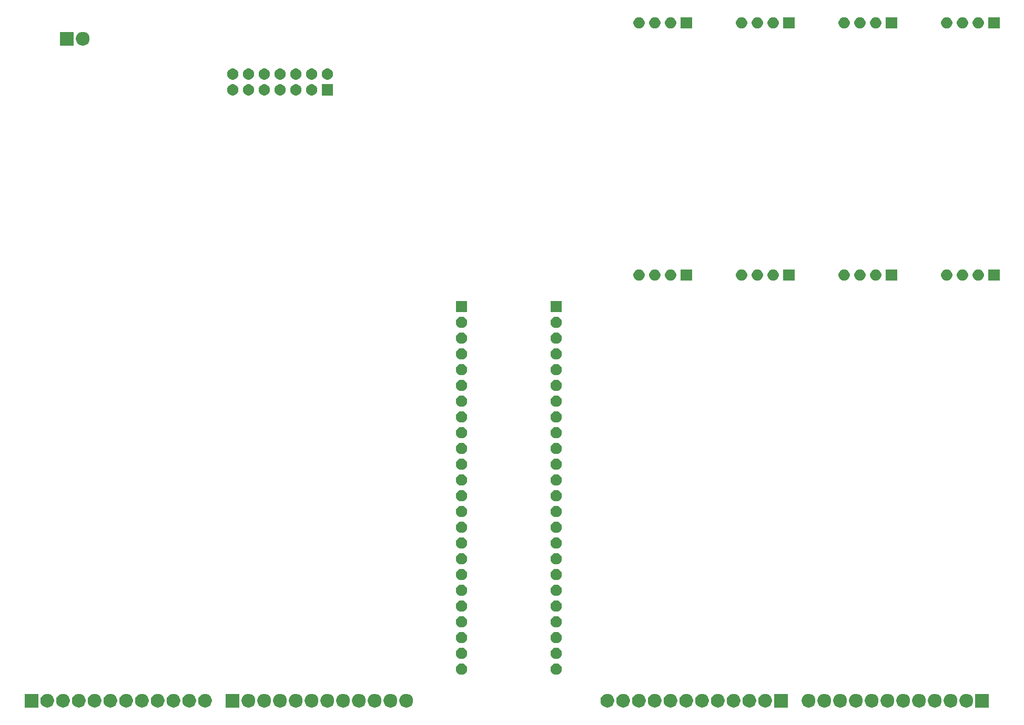
<source format=gbr>
G04 #@! TF.GenerationSoftware,KiCad,Pcbnew,(5.1.5-0-10_14)*
G04 #@! TF.CreationDate,2020-05-13T10:39:26+02:00*
G04 #@! TF.ProjectId,PM Artnet LED DMX,504d2041-7274-46e6-9574-204c45442044,rev?*
G04 #@! TF.SameCoordinates,Original*
G04 #@! TF.FileFunction,Soldermask,Top*
G04 #@! TF.FilePolarity,Negative*
%FSLAX46Y46*%
G04 Gerber Fmt 4.6, Leading zero omitted, Abs format (unit mm)*
G04 Created by KiCad (PCBNEW (5.1.5-0-10_14)) date 2020-05-13 10:39:26*
%MOMM*%
%LPD*%
G04 APERTURE LIST*
%ADD10C,0.100000*%
G04 APERTURE END LIST*
D10*
G36*
X201126000Y-130006000D02*
G01*
X198924000Y-130006000D01*
X198924000Y-127804000D01*
X201126000Y-127804000D01*
X201126000Y-130006000D01*
G37*
G36*
X197699794Y-127825155D02*
G01*
X197806150Y-127846311D01*
X197906334Y-127887809D01*
X198006520Y-127929307D01*
X198186844Y-128049795D01*
X198340205Y-128203156D01*
X198460693Y-128383480D01*
X198543689Y-128583851D01*
X198586000Y-128796560D01*
X198586000Y-129013440D01*
X198543689Y-129226149D01*
X198460693Y-129426520D01*
X198340205Y-129606844D01*
X198186844Y-129760205D01*
X198006520Y-129880693D01*
X197806150Y-129963689D01*
X197699795Y-129984844D01*
X197593440Y-130006000D01*
X197376560Y-130006000D01*
X197270205Y-129984844D01*
X197163850Y-129963689D01*
X196963480Y-129880693D01*
X196783156Y-129760205D01*
X196629795Y-129606844D01*
X196509307Y-129426520D01*
X196426311Y-129226149D01*
X196384000Y-129013440D01*
X196384000Y-128796560D01*
X196426311Y-128583851D01*
X196509307Y-128383480D01*
X196629795Y-128203156D01*
X196783156Y-128049795D01*
X196963480Y-127929307D01*
X197063666Y-127887809D01*
X197163850Y-127846311D01*
X197270206Y-127825155D01*
X197376560Y-127804000D01*
X197593440Y-127804000D01*
X197699794Y-127825155D01*
G37*
G36*
X195159794Y-127825155D02*
G01*
X195266150Y-127846311D01*
X195366334Y-127887809D01*
X195466520Y-127929307D01*
X195646844Y-128049795D01*
X195800205Y-128203156D01*
X195920693Y-128383480D01*
X196003689Y-128583851D01*
X196046000Y-128796560D01*
X196046000Y-129013440D01*
X196003689Y-129226149D01*
X195920693Y-129426520D01*
X195800205Y-129606844D01*
X195646844Y-129760205D01*
X195466520Y-129880693D01*
X195266150Y-129963689D01*
X195159795Y-129984844D01*
X195053440Y-130006000D01*
X194836560Y-130006000D01*
X194730205Y-129984844D01*
X194623850Y-129963689D01*
X194423480Y-129880693D01*
X194243156Y-129760205D01*
X194089795Y-129606844D01*
X193969307Y-129426520D01*
X193886311Y-129226149D01*
X193844000Y-129013440D01*
X193844000Y-128796560D01*
X193886311Y-128583851D01*
X193969307Y-128383480D01*
X194089795Y-128203156D01*
X194243156Y-128049795D01*
X194423480Y-127929307D01*
X194523666Y-127887809D01*
X194623850Y-127846311D01*
X194730206Y-127825155D01*
X194836560Y-127804000D01*
X195053440Y-127804000D01*
X195159794Y-127825155D01*
G37*
G36*
X192619794Y-127825155D02*
G01*
X192726150Y-127846311D01*
X192826334Y-127887809D01*
X192926520Y-127929307D01*
X193106844Y-128049795D01*
X193260205Y-128203156D01*
X193380693Y-128383480D01*
X193463689Y-128583851D01*
X193506000Y-128796560D01*
X193506000Y-129013440D01*
X193463689Y-129226149D01*
X193380693Y-129426520D01*
X193260205Y-129606844D01*
X193106844Y-129760205D01*
X192926520Y-129880693D01*
X192726150Y-129963689D01*
X192619795Y-129984844D01*
X192513440Y-130006000D01*
X192296560Y-130006000D01*
X192190205Y-129984844D01*
X192083850Y-129963689D01*
X191883480Y-129880693D01*
X191703156Y-129760205D01*
X191549795Y-129606844D01*
X191429307Y-129426520D01*
X191346311Y-129226149D01*
X191304000Y-129013440D01*
X191304000Y-128796560D01*
X191346311Y-128583851D01*
X191429307Y-128383480D01*
X191549795Y-128203156D01*
X191703156Y-128049795D01*
X191883480Y-127929307D01*
X191983666Y-127887809D01*
X192083850Y-127846311D01*
X192190206Y-127825155D01*
X192296560Y-127804000D01*
X192513440Y-127804000D01*
X192619794Y-127825155D01*
G37*
G36*
X190079794Y-127825155D02*
G01*
X190186150Y-127846311D01*
X190286334Y-127887809D01*
X190386520Y-127929307D01*
X190566844Y-128049795D01*
X190720205Y-128203156D01*
X190840693Y-128383480D01*
X190923689Y-128583851D01*
X190966000Y-128796560D01*
X190966000Y-129013440D01*
X190923689Y-129226149D01*
X190840693Y-129426520D01*
X190720205Y-129606844D01*
X190566844Y-129760205D01*
X190386520Y-129880693D01*
X190186150Y-129963689D01*
X190079795Y-129984844D01*
X189973440Y-130006000D01*
X189756560Y-130006000D01*
X189650205Y-129984844D01*
X189543850Y-129963689D01*
X189343480Y-129880693D01*
X189163156Y-129760205D01*
X189009795Y-129606844D01*
X188889307Y-129426520D01*
X188806311Y-129226149D01*
X188764000Y-129013440D01*
X188764000Y-128796560D01*
X188806311Y-128583851D01*
X188889307Y-128383480D01*
X189009795Y-128203156D01*
X189163156Y-128049795D01*
X189343480Y-127929307D01*
X189443666Y-127887809D01*
X189543850Y-127846311D01*
X189650206Y-127825155D01*
X189756560Y-127804000D01*
X189973440Y-127804000D01*
X190079794Y-127825155D01*
G37*
G36*
X187539794Y-127825155D02*
G01*
X187646150Y-127846311D01*
X187746334Y-127887809D01*
X187846520Y-127929307D01*
X188026844Y-128049795D01*
X188180205Y-128203156D01*
X188300693Y-128383480D01*
X188383689Y-128583851D01*
X188426000Y-128796560D01*
X188426000Y-129013440D01*
X188383689Y-129226149D01*
X188300693Y-129426520D01*
X188180205Y-129606844D01*
X188026844Y-129760205D01*
X187846520Y-129880693D01*
X187646150Y-129963689D01*
X187539795Y-129984844D01*
X187433440Y-130006000D01*
X187216560Y-130006000D01*
X187110205Y-129984844D01*
X187003850Y-129963689D01*
X186803480Y-129880693D01*
X186623156Y-129760205D01*
X186469795Y-129606844D01*
X186349307Y-129426520D01*
X186266311Y-129226149D01*
X186224000Y-129013440D01*
X186224000Y-128796560D01*
X186266311Y-128583851D01*
X186349307Y-128383480D01*
X186469795Y-128203156D01*
X186623156Y-128049795D01*
X186803480Y-127929307D01*
X186903666Y-127887809D01*
X187003850Y-127846311D01*
X187110206Y-127825155D01*
X187216560Y-127804000D01*
X187433440Y-127804000D01*
X187539794Y-127825155D01*
G37*
G36*
X184999794Y-127825155D02*
G01*
X185106150Y-127846311D01*
X185206334Y-127887809D01*
X185306520Y-127929307D01*
X185486844Y-128049795D01*
X185640205Y-128203156D01*
X185760693Y-128383480D01*
X185843689Y-128583851D01*
X185886000Y-128796560D01*
X185886000Y-129013440D01*
X185843689Y-129226149D01*
X185760693Y-129426520D01*
X185640205Y-129606844D01*
X185486844Y-129760205D01*
X185306520Y-129880693D01*
X185106150Y-129963689D01*
X184999795Y-129984844D01*
X184893440Y-130006000D01*
X184676560Y-130006000D01*
X184570205Y-129984844D01*
X184463850Y-129963689D01*
X184263480Y-129880693D01*
X184083156Y-129760205D01*
X183929795Y-129606844D01*
X183809307Y-129426520D01*
X183726311Y-129226149D01*
X183684000Y-129013440D01*
X183684000Y-128796560D01*
X183726311Y-128583851D01*
X183809307Y-128383480D01*
X183929795Y-128203156D01*
X184083156Y-128049795D01*
X184263480Y-127929307D01*
X184363666Y-127887809D01*
X184463850Y-127846311D01*
X184570206Y-127825155D01*
X184676560Y-127804000D01*
X184893440Y-127804000D01*
X184999794Y-127825155D01*
G37*
G36*
X182459794Y-127825155D02*
G01*
X182566150Y-127846311D01*
X182666334Y-127887809D01*
X182766520Y-127929307D01*
X182946844Y-128049795D01*
X183100205Y-128203156D01*
X183220693Y-128383480D01*
X183303689Y-128583851D01*
X183346000Y-128796560D01*
X183346000Y-129013440D01*
X183303689Y-129226149D01*
X183220693Y-129426520D01*
X183100205Y-129606844D01*
X182946844Y-129760205D01*
X182766520Y-129880693D01*
X182566150Y-129963689D01*
X182459795Y-129984844D01*
X182353440Y-130006000D01*
X182136560Y-130006000D01*
X182030205Y-129984844D01*
X181923850Y-129963689D01*
X181723480Y-129880693D01*
X181543156Y-129760205D01*
X181389795Y-129606844D01*
X181269307Y-129426520D01*
X181186311Y-129226149D01*
X181144000Y-129013440D01*
X181144000Y-128796560D01*
X181186311Y-128583851D01*
X181269307Y-128383480D01*
X181389795Y-128203156D01*
X181543156Y-128049795D01*
X181723480Y-127929307D01*
X181823666Y-127887809D01*
X181923850Y-127846311D01*
X182030206Y-127825155D01*
X182136560Y-127804000D01*
X182353440Y-127804000D01*
X182459794Y-127825155D01*
G37*
G36*
X179919794Y-127825155D02*
G01*
X180026150Y-127846311D01*
X180126334Y-127887809D01*
X180226520Y-127929307D01*
X180406844Y-128049795D01*
X180560205Y-128203156D01*
X180680693Y-128383480D01*
X180763689Y-128583851D01*
X180806000Y-128796560D01*
X180806000Y-129013440D01*
X180763689Y-129226149D01*
X180680693Y-129426520D01*
X180560205Y-129606844D01*
X180406844Y-129760205D01*
X180226520Y-129880693D01*
X180026150Y-129963689D01*
X179919795Y-129984844D01*
X179813440Y-130006000D01*
X179596560Y-130006000D01*
X179490205Y-129984844D01*
X179383850Y-129963689D01*
X179183480Y-129880693D01*
X179003156Y-129760205D01*
X178849795Y-129606844D01*
X178729307Y-129426520D01*
X178646311Y-129226149D01*
X178604000Y-129013440D01*
X178604000Y-128796560D01*
X178646311Y-128583851D01*
X178729307Y-128383480D01*
X178849795Y-128203156D01*
X179003156Y-128049795D01*
X179183480Y-127929307D01*
X179283666Y-127887809D01*
X179383850Y-127846311D01*
X179490206Y-127825155D01*
X179596560Y-127804000D01*
X179813440Y-127804000D01*
X179919794Y-127825155D01*
G37*
G36*
X177379794Y-127825155D02*
G01*
X177486150Y-127846311D01*
X177586334Y-127887809D01*
X177686520Y-127929307D01*
X177866844Y-128049795D01*
X178020205Y-128203156D01*
X178140693Y-128383480D01*
X178223689Y-128583851D01*
X178266000Y-128796560D01*
X178266000Y-129013440D01*
X178223689Y-129226149D01*
X178140693Y-129426520D01*
X178020205Y-129606844D01*
X177866844Y-129760205D01*
X177686520Y-129880693D01*
X177486150Y-129963689D01*
X177379795Y-129984844D01*
X177273440Y-130006000D01*
X177056560Y-130006000D01*
X176950205Y-129984844D01*
X176843850Y-129963689D01*
X176643480Y-129880693D01*
X176463156Y-129760205D01*
X176309795Y-129606844D01*
X176189307Y-129426520D01*
X176106311Y-129226149D01*
X176064000Y-129013440D01*
X176064000Y-128796560D01*
X176106311Y-128583851D01*
X176189307Y-128383480D01*
X176309795Y-128203156D01*
X176463156Y-128049795D01*
X176643480Y-127929307D01*
X176743666Y-127887809D01*
X176843850Y-127846311D01*
X176950206Y-127825155D01*
X177056560Y-127804000D01*
X177273440Y-127804000D01*
X177379794Y-127825155D01*
G37*
G36*
X174839794Y-127825155D02*
G01*
X174946150Y-127846311D01*
X175046334Y-127887809D01*
X175146520Y-127929307D01*
X175326844Y-128049795D01*
X175480205Y-128203156D01*
X175600693Y-128383480D01*
X175683689Y-128583851D01*
X175726000Y-128796560D01*
X175726000Y-129013440D01*
X175683689Y-129226149D01*
X175600693Y-129426520D01*
X175480205Y-129606844D01*
X175326844Y-129760205D01*
X175146520Y-129880693D01*
X174946150Y-129963689D01*
X174839795Y-129984844D01*
X174733440Y-130006000D01*
X174516560Y-130006000D01*
X174410205Y-129984844D01*
X174303850Y-129963689D01*
X174103480Y-129880693D01*
X173923156Y-129760205D01*
X173769795Y-129606844D01*
X173649307Y-129426520D01*
X173566311Y-129226149D01*
X173524000Y-129013440D01*
X173524000Y-128796560D01*
X173566311Y-128583851D01*
X173649307Y-128383480D01*
X173769795Y-128203156D01*
X173923156Y-128049795D01*
X174103480Y-127929307D01*
X174203666Y-127887809D01*
X174303850Y-127846311D01*
X174410206Y-127825155D01*
X174516560Y-127804000D01*
X174733440Y-127804000D01*
X174839794Y-127825155D01*
G37*
G36*
X172299794Y-127825155D02*
G01*
X172406150Y-127846311D01*
X172506334Y-127887809D01*
X172606520Y-127929307D01*
X172786844Y-128049795D01*
X172940205Y-128203156D01*
X173060693Y-128383480D01*
X173143689Y-128583851D01*
X173186000Y-128796560D01*
X173186000Y-129013440D01*
X173143689Y-129226149D01*
X173060693Y-129426520D01*
X172940205Y-129606844D01*
X172786844Y-129760205D01*
X172606520Y-129880693D01*
X172406150Y-129963689D01*
X172299795Y-129984844D01*
X172193440Y-130006000D01*
X171976560Y-130006000D01*
X171870205Y-129984844D01*
X171763850Y-129963689D01*
X171563480Y-129880693D01*
X171383156Y-129760205D01*
X171229795Y-129606844D01*
X171109307Y-129426520D01*
X171026311Y-129226149D01*
X170984000Y-129013440D01*
X170984000Y-128796560D01*
X171026311Y-128583851D01*
X171109307Y-128383480D01*
X171229795Y-128203156D01*
X171383156Y-128049795D01*
X171563480Y-127929307D01*
X171663666Y-127887809D01*
X171763850Y-127846311D01*
X171870206Y-127825155D01*
X171976560Y-127804000D01*
X172193440Y-127804000D01*
X172299794Y-127825155D01*
G37*
G36*
X168741000Y-130006000D02*
G01*
X166539000Y-130006000D01*
X166539000Y-127804000D01*
X168741000Y-127804000D01*
X168741000Y-130006000D01*
G37*
G36*
X165314794Y-127825155D02*
G01*
X165421150Y-127846311D01*
X165521334Y-127887809D01*
X165621520Y-127929307D01*
X165801844Y-128049795D01*
X165955205Y-128203156D01*
X166075693Y-128383480D01*
X166158689Y-128583851D01*
X166201000Y-128796560D01*
X166201000Y-129013440D01*
X166158689Y-129226149D01*
X166075693Y-129426520D01*
X165955205Y-129606844D01*
X165801844Y-129760205D01*
X165621520Y-129880693D01*
X165421150Y-129963689D01*
X165314795Y-129984844D01*
X165208440Y-130006000D01*
X164991560Y-130006000D01*
X164885205Y-129984844D01*
X164778850Y-129963689D01*
X164578480Y-129880693D01*
X164398156Y-129760205D01*
X164244795Y-129606844D01*
X164124307Y-129426520D01*
X164041311Y-129226149D01*
X163999000Y-129013440D01*
X163999000Y-128796560D01*
X164041311Y-128583851D01*
X164124307Y-128383480D01*
X164244795Y-128203156D01*
X164398156Y-128049795D01*
X164578480Y-127929307D01*
X164678666Y-127887809D01*
X164778850Y-127846311D01*
X164885206Y-127825155D01*
X164991560Y-127804000D01*
X165208440Y-127804000D01*
X165314794Y-127825155D01*
G37*
G36*
X162774794Y-127825155D02*
G01*
X162881150Y-127846311D01*
X162981334Y-127887809D01*
X163081520Y-127929307D01*
X163261844Y-128049795D01*
X163415205Y-128203156D01*
X163535693Y-128383480D01*
X163618689Y-128583851D01*
X163661000Y-128796560D01*
X163661000Y-129013440D01*
X163618689Y-129226149D01*
X163535693Y-129426520D01*
X163415205Y-129606844D01*
X163261844Y-129760205D01*
X163081520Y-129880693D01*
X162881150Y-129963689D01*
X162774795Y-129984844D01*
X162668440Y-130006000D01*
X162451560Y-130006000D01*
X162345205Y-129984844D01*
X162238850Y-129963689D01*
X162038480Y-129880693D01*
X161858156Y-129760205D01*
X161704795Y-129606844D01*
X161584307Y-129426520D01*
X161501311Y-129226149D01*
X161459000Y-129013440D01*
X161459000Y-128796560D01*
X161501311Y-128583851D01*
X161584307Y-128383480D01*
X161704795Y-128203156D01*
X161858156Y-128049795D01*
X162038480Y-127929307D01*
X162138666Y-127887809D01*
X162238850Y-127846311D01*
X162345206Y-127825155D01*
X162451560Y-127804000D01*
X162668440Y-127804000D01*
X162774794Y-127825155D01*
G37*
G36*
X160234794Y-127825155D02*
G01*
X160341150Y-127846311D01*
X160441334Y-127887809D01*
X160541520Y-127929307D01*
X160721844Y-128049795D01*
X160875205Y-128203156D01*
X160995693Y-128383480D01*
X161078689Y-128583851D01*
X161121000Y-128796560D01*
X161121000Y-129013440D01*
X161078689Y-129226149D01*
X160995693Y-129426520D01*
X160875205Y-129606844D01*
X160721844Y-129760205D01*
X160541520Y-129880693D01*
X160341150Y-129963689D01*
X160234795Y-129984844D01*
X160128440Y-130006000D01*
X159911560Y-130006000D01*
X159805205Y-129984844D01*
X159698850Y-129963689D01*
X159498480Y-129880693D01*
X159318156Y-129760205D01*
X159164795Y-129606844D01*
X159044307Y-129426520D01*
X158961311Y-129226149D01*
X158919000Y-129013440D01*
X158919000Y-128796560D01*
X158961311Y-128583851D01*
X159044307Y-128383480D01*
X159164795Y-128203156D01*
X159318156Y-128049795D01*
X159498480Y-127929307D01*
X159598666Y-127887809D01*
X159698850Y-127846311D01*
X159805206Y-127825155D01*
X159911560Y-127804000D01*
X160128440Y-127804000D01*
X160234794Y-127825155D01*
G37*
G36*
X157694794Y-127825155D02*
G01*
X157801150Y-127846311D01*
X157901334Y-127887809D01*
X158001520Y-127929307D01*
X158181844Y-128049795D01*
X158335205Y-128203156D01*
X158455693Y-128383480D01*
X158538689Y-128583851D01*
X158581000Y-128796560D01*
X158581000Y-129013440D01*
X158538689Y-129226149D01*
X158455693Y-129426520D01*
X158335205Y-129606844D01*
X158181844Y-129760205D01*
X158001520Y-129880693D01*
X157801150Y-129963689D01*
X157694795Y-129984844D01*
X157588440Y-130006000D01*
X157371560Y-130006000D01*
X157265205Y-129984844D01*
X157158850Y-129963689D01*
X156958480Y-129880693D01*
X156778156Y-129760205D01*
X156624795Y-129606844D01*
X156504307Y-129426520D01*
X156421311Y-129226149D01*
X156379000Y-129013440D01*
X156379000Y-128796560D01*
X156421311Y-128583851D01*
X156504307Y-128383480D01*
X156624795Y-128203156D01*
X156778156Y-128049795D01*
X156958480Y-127929307D01*
X157058666Y-127887809D01*
X157158850Y-127846311D01*
X157265206Y-127825155D01*
X157371560Y-127804000D01*
X157588440Y-127804000D01*
X157694794Y-127825155D01*
G37*
G36*
X155154794Y-127825155D02*
G01*
X155261150Y-127846311D01*
X155361334Y-127887809D01*
X155461520Y-127929307D01*
X155641844Y-128049795D01*
X155795205Y-128203156D01*
X155915693Y-128383480D01*
X155998689Y-128583851D01*
X156041000Y-128796560D01*
X156041000Y-129013440D01*
X155998689Y-129226149D01*
X155915693Y-129426520D01*
X155795205Y-129606844D01*
X155641844Y-129760205D01*
X155461520Y-129880693D01*
X155261150Y-129963689D01*
X155154795Y-129984844D01*
X155048440Y-130006000D01*
X154831560Y-130006000D01*
X154725205Y-129984844D01*
X154618850Y-129963689D01*
X154418480Y-129880693D01*
X154238156Y-129760205D01*
X154084795Y-129606844D01*
X153964307Y-129426520D01*
X153881311Y-129226149D01*
X153839000Y-129013440D01*
X153839000Y-128796560D01*
X153881311Y-128583851D01*
X153964307Y-128383480D01*
X154084795Y-128203156D01*
X154238156Y-128049795D01*
X154418480Y-127929307D01*
X154518666Y-127887809D01*
X154618850Y-127846311D01*
X154725206Y-127825155D01*
X154831560Y-127804000D01*
X155048440Y-127804000D01*
X155154794Y-127825155D01*
G37*
G36*
X152614794Y-127825155D02*
G01*
X152721150Y-127846311D01*
X152821334Y-127887809D01*
X152921520Y-127929307D01*
X153101844Y-128049795D01*
X153255205Y-128203156D01*
X153375693Y-128383480D01*
X153458689Y-128583851D01*
X153501000Y-128796560D01*
X153501000Y-129013440D01*
X153458689Y-129226149D01*
X153375693Y-129426520D01*
X153255205Y-129606844D01*
X153101844Y-129760205D01*
X152921520Y-129880693D01*
X152721150Y-129963689D01*
X152614795Y-129984844D01*
X152508440Y-130006000D01*
X152291560Y-130006000D01*
X152185205Y-129984844D01*
X152078850Y-129963689D01*
X151878480Y-129880693D01*
X151698156Y-129760205D01*
X151544795Y-129606844D01*
X151424307Y-129426520D01*
X151341311Y-129226149D01*
X151299000Y-129013440D01*
X151299000Y-128796560D01*
X151341311Y-128583851D01*
X151424307Y-128383480D01*
X151544795Y-128203156D01*
X151698156Y-128049795D01*
X151878480Y-127929307D01*
X151978666Y-127887809D01*
X152078850Y-127846311D01*
X152185206Y-127825155D01*
X152291560Y-127804000D01*
X152508440Y-127804000D01*
X152614794Y-127825155D01*
G37*
G36*
X150074794Y-127825155D02*
G01*
X150181150Y-127846311D01*
X150281334Y-127887809D01*
X150381520Y-127929307D01*
X150561844Y-128049795D01*
X150715205Y-128203156D01*
X150835693Y-128383480D01*
X150918689Y-128583851D01*
X150961000Y-128796560D01*
X150961000Y-129013440D01*
X150918689Y-129226149D01*
X150835693Y-129426520D01*
X150715205Y-129606844D01*
X150561844Y-129760205D01*
X150381520Y-129880693D01*
X150181150Y-129963689D01*
X150074795Y-129984844D01*
X149968440Y-130006000D01*
X149751560Y-130006000D01*
X149645205Y-129984844D01*
X149538850Y-129963689D01*
X149338480Y-129880693D01*
X149158156Y-129760205D01*
X149004795Y-129606844D01*
X148884307Y-129426520D01*
X148801311Y-129226149D01*
X148759000Y-129013440D01*
X148759000Y-128796560D01*
X148801311Y-128583851D01*
X148884307Y-128383480D01*
X149004795Y-128203156D01*
X149158156Y-128049795D01*
X149338480Y-127929307D01*
X149438666Y-127887809D01*
X149538850Y-127846311D01*
X149645206Y-127825155D01*
X149751560Y-127804000D01*
X149968440Y-127804000D01*
X150074794Y-127825155D01*
G37*
G36*
X147534794Y-127825155D02*
G01*
X147641150Y-127846311D01*
X147741334Y-127887809D01*
X147841520Y-127929307D01*
X148021844Y-128049795D01*
X148175205Y-128203156D01*
X148295693Y-128383480D01*
X148378689Y-128583851D01*
X148421000Y-128796560D01*
X148421000Y-129013440D01*
X148378689Y-129226149D01*
X148295693Y-129426520D01*
X148175205Y-129606844D01*
X148021844Y-129760205D01*
X147841520Y-129880693D01*
X147641150Y-129963689D01*
X147534795Y-129984844D01*
X147428440Y-130006000D01*
X147211560Y-130006000D01*
X147105205Y-129984844D01*
X146998850Y-129963689D01*
X146798480Y-129880693D01*
X146618156Y-129760205D01*
X146464795Y-129606844D01*
X146344307Y-129426520D01*
X146261311Y-129226149D01*
X146219000Y-129013440D01*
X146219000Y-128796560D01*
X146261311Y-128583851D01*
X146344307Y-128383480D01*
X146464795Y-128203156D01*
X146618156Y-128049795D01*
X146798480Y-127929307D01*
X146898666Y-127887809D01*
X146998850Y-127846311D01*
X147105206Y-127825155D01*
X147211560Y-127804000D01*
X147428440Y-127804000D01*
X147534794Y-127825155D01*
G37*
G36*
X144994794Y-127825155D02*
G01*
X145101150Y-127846311D01*
X145201334Y-127887809D01*
X145301520Y-127929307D01*
X145481844Y-128049795D01*
X145635205Y-128203156D01*
X145755693Y-128383480D01*
X145838689Y-128583851D01*
X145881000Y-128796560D01*
X145881000Y-129013440D01*
X145838689Y-129226149D01*
X145755693Y-129426520D01*
X145635205Y-129606844D01*
X145481844Y-129760205D01*
X145301520Y-129880693D01*
X145101150Y-129963689D01*
X144994795Y-129984844D01*
X144888440Y-130006000D01*
X144671560Y-130006000D01*
X144565205Y-129984844D01*
X144458850Y-129963689D01*
X144258480Y-129880693D01*
X144078156Y-129760205D01*
X143924795Y-129606844D01*
X143804307Y-129426520D01*
X143721311Y-129226149D01*
X143679000Y-129013440D01*
X143679000Y-128796560D01*
X143721311Y-128583851D01*
X143804307Y-128383480D01*
X143924795Y-128203156D01*
X144078156Y-128049795D01*
X144258480Y-127929307D01*
X144358666Y-127887809D01*
X144458850Y-127846311D01*
X144565206Y-127825155D01*
X144671560Y-127804000D01*
X144888440Y-127804000D01*
X144994794Y-127825155D01*
G37*
G36*
X142454794Y-127825155D02*
G01*
X142561150Y-127846311D01*
X142661334Y-127887809D01*
X142761520Y-127929307D01*
X142941844Y-128049795D01*
X143095205Y-128203156D01*
X143215693Y-128383480D01*
X143298689Y-128583851D01*
X143341000Y-128796560D01*
X143341000Y-129013440D01*
X143298689Y-129226149D01*
X143215693Y-129426520D01*
X143095205Y-129606844D01*
X142941844Y-129760205D01*
X142761520Y-129880693D01*
X142561150Y-129963689D01*
X142454795Y-129984844D01*
X142348440Y-130006000D01*
X142131560Y-130006000D01*
X142025205Y-129984844D01*
X141918850Y-129963689D01*
X141718480Y-129880693D01*
X141538156Y-129760205D01*
X141384795Y-129606844D01*
X141264307Y-129426520D01*
X141181311Y-129226149D01*
X141139000Y-129013440D01*
X141139000Y-128796560D01*
X141181311Y-128583851D01*
X141264307Y-128383480D01*
X141384795Y-128203156D01*
X141538156Y-128049795D01*
X141718480Y-127929307D01*
X141818666Y-127887809D01*
X141918850Y-127846311D01*
X142025206Y-127825155D01*
X142131560Y-127804000D01*
X142348440Y-127804000D01*
X142454794Y-127825155D01*
G37*
G36*
X139914794Y-127825155D02*
G01*
X140021150Y-127846311D01*
X140121334Y-127887809D01*
X140221520Y-127929307D01*
X140401844Y-128049795D01*
X140555205Y-128203156D01*
X140675693Y-128383480D01*
X140758689Y-128583851D01*
X140801000Y-128796560D01*
X140801000Y-129013440D01*
X140758689Y-129226149D01*
X140675693Y-129426520D01*
X140555205Y-129606844D01*
X140401844Y-129760205D01*
X140221520Y-129880693D01*
X140021150Y-129963689D01*
X139914795Y-129984844D01*
X139808440Y-130006000D01*
X139591560Y-130006000D01*
X139485205Y-129984844D01*
X139378850Y-129963689D01*
X139178480Y-129880693D01*
X138998156Y-129760205D01*
X138844795Y-129606844D01*
X138724307Y-129426520D01*
X138641311Y-129226149D01*
X138599000Y-129013440D01*
X138599000Y-128796560D01*
X138641311Y-128583851D01*
X138724307Y-128383480D01*
X138844795Y-128203156D01*
X138998156Y-128049795D01*
X139178480Y-127929307D01*
X139278666Y-127887809D01*
X139378850Y-127846311D01*
X139485206Y-127825155D01*
X139591560Y-127804000D01*
X139808440Y-127804000D01*
X139914794Y-127825155D01*
G37*
G36*
X107529794Y-127825155D02*
G01*
X107636150Y-127846311D01*
X107736334Y-127887809D01*
X107836520Y-127929307D01*
X108016844Y-128049795D01*
X108170205Y-128203156D01*
X108290693Y-128383480D01*
X108373689Y-128583851D01*
X108416000Y-128796560D01*
X108416000Y-129013440D01*
X108373689Y-129226149D01*
X108290693Y-129426520D01*
X108170205Y-129606844D01*
X108016844Y-129760205D01*
X107836520Y-129880693D01*
X107636150Y-129963689D01*
X107529795Y-129984844D01*
X107423440Y-130006000D01*
X107206560Y-130006000D01*
X107100205Y-129984844D01*
X106993850Y-129963689D01*
X106793480Y-129880693D01*
X106613156Y-129760205D01*
X106459795Y-129606844D01*
X106339307Y-129426520D01*
X106256311Y-129226149D01*
X106214000Y-129013440D01*
X106214000Y-128796560D01*
X106256311Y-128583851D01*
X106339307Y-128383480D01*
X106459795Y-128203156D01*
X106613156Y-128049795D01*
X106793480Y-127929307D01*
X106893666Y-127887809D01*
X106993850Y-127846311D01*
X107100206Y-127825155D01*
X107206560Y-127804000D01*
X107423440Y-127804000D01*
X107529794Y-127825155D01*
G37*
G36*
X104989794Y-127825155D02*
G01*
X105096150Y-127846311D01*
X105196334Y-127887809D01*
X105296520Y-127929307D01*
X105476844Y-128049795D01*
X105630205Y-128203156D01*
X105750693Y-128383480D01*
X105833689Y-128583851D01*
X105876000Y-128796560D01*
X105876000Y-129013440D01*
X105833689Y-129226149D01*
X105750693Y-129426520D01*
X105630205Y-129606844D01*
X105476844Y-129760205D01*
X105296520Y-129880693D01*
X105096150Y-129963689D01*
X104989795Y-129984844D01*
X104883440Y-130006000D01*
X104666560Y-130006000D01*
X104560205Y-129984844D01*
X104453850Y-129963689D01*
X104253480Y-129880693D01*
X104073156Y-129760205D01*
X103919795Y-129606844D01*
X103799307Y-129426520D01*
X103716311Y-129226149D01*
X103674000Y-129013440D01*
X103674000Y-128796560D01*
X103716311Y-128583851D01*
X103799307Y-128383480D01*
X103919795Y-128203156D01*
X104073156Y-128049795D01*
X104253480Y-127929307D01*
X104353666Y-127887809D01*
X104453850Y-127846311D01*
X104560206Y-127825155D01*
X104666560Y-127804000D01*
X104883440Y-127804000D01*
X104989794Y-127825155D01*
G37*
G36*
X102449794Y-127825155D02*
G01*
X102556150Y-127846311D01*
X102656334Y-127887809D01*
X102756520Y-127929307D01*
X102936844Y-128049795D01*
X103090205Y-128203156D01*
X103210693Y-128383480D01*
X103293689Y-128583851D01*
X103336000Y-128796560D01*
X103336000Y-129013440D01*
X103293689Y-129226149D01*
X103210693Y-129426520D01*
X103090205Y-129606844D01*
X102936844Y-129760205D01*
X102756520Y-129880693D01*
X102556150Y-129963689D01*
X102449795Y-129984844D01*
X102343440Y-130006000D01*
X102126560Y-130006000D01*
X102020205Y-129984844D01*
X101913850Y-129963689D01*
X101713480Y-129880693D01*
X101533156Y-129760205D01*
X101379795Y-129606844D01*
X101259307Y-129426520D01*
X101176311Y-129226149D01*
X101134000Y-129013440D01*
X101134000Y-128796560D01*
X101176311Y-128583851D01*
X101259307Y-128383480D01*
X101379795Y-128203156D01*
X101533156Y-128049795D01*
X101713480Y-127929307D01*
X101813666Y-127887809D01*
X101913850Y-127846311D01*
X102020206Y-127825155D01*
X102126560Y-127804000D01*
X102343440Y-127804000D01*
X102449794Y-127825155D01*
G37*
G36*
X99909794Y-127825155D02*
G01*
X100016150Y-127846311D01*
X100116334Y-127887809D01*
X100216520Y-127929307D01*
X100396844Y-128049795D01*
X100550205Y-128203156D01*
X100670693Y-128383480D01*
X100753689Y-128583851D01*
X100796000Y-128796560D01*
X100796000Y-129013440D01*
X100753689Y-129226149D01*
X100670693Y-129426520D01*
X100550205Y-129606844D01*
X100396844Y-129760205D01*
X100216520Y-129880693D01*
X100016150Y-129963689D01*
X99909795Y-129984844D01*
X99803440Y-130006000D01*
X99586560Y-130006000D01*
X99480205Y-129984844D01*
X99373850Y-129963689D01*
X99173480Y-129880693D01*
X98993156Y-129760205D01*
X98839795Y-129606844D01*
X98719307Y-129426520D01*
X98636311Y-129226149D01*
X98594000Y-129013440D01*
X98594000Y-128796560D01*
X98636311Y-128583851D01*
X98719307Y-128383480D01*
X98839795Y-128203156D01*
X98993156Y-128049795D01*
X99173480Y-127929307D01*
X99273666Y-127887809D01*
X99373850Y-127846311D01*
X99480206Y-127825155D01*
X99586560Y-127804000D01*
X99803440Y-127804000D01*
X99909794Y-127825155D01*
G37*
G36*
X97369794Y-127825155D02*
G01*
X97476150Y-127846311D01*
X97576334Y-127887809D01*
X97676520Y-127929307D01*
X97856844Y-128049795D01*
X98010205Y-128203156D01*
X98130693Y-128383480D01*
X98213689Y-128583851D01*
X98256000Y-128796560D01*
X98256000Y-129013440D01*
X98213689Y-129226149D01*
X98130693Y-129426520D01*
X98010205Y-129606844D01*
X97856844Y-129760205D01*
X97676520Y-129880693D01*
X97476150Y-129963689D01*
X97369795Y-129984844D01*
X97263440Y-130006000D01*
X97046560Y-130006000D01*
X96940205Y-129984844D01*
X96833850Y-129963689D01*
X96633480Y-129880693D01*
X96453156Y-129760205D01*
X96299795Y-129606844D01*
X96179307Y-129426520D01*
X96096311Y-129226149D01*
X96054000Y-129013440D01*
X96054000Y-128796560D01*
X96096311Y-128583851D01*
X96179307Y-128383480D01*
X96299795Y-128203156D01*
X96453156Y-128049795D01*
X96633480Y-127929307D01*
X96733666Y-127887809D01*
X96833850Y-127846311D01*
X96940206Y-127825155D01*
X97046560Y-127804000D01*
X97263440Y-127804000D01*
X97369794Y-127825155D01*
G37*
G36*
X94829794Y-127825155D02*
G01*
X94936150Y-127846311D01*
X95036334Y-127887809D01*
X95136520Y-127929307D01*
X95316844Y-128049795D01*
X95470205Y-128203156D01*
X95590693Y-128383480D01*
X95673689Y-128583851D01*
X95716000Y-128796560D01*
X95716000Y-129013440D01*
X95673689Y-129226149D01*
X95590693Y-129426520D01*
X95470205Y-129606844D01*
X95316844Y-129760205D01*
X95136520Y-129880693D01*
X94936150Y-129963689D01*
X94829795Y-129984844D01*
X94723440Y-130006000D01*
X94506560Y-130006000D01*
X94400205Y-129984844D01*
X94293850Y-129963689D01*
X94093480Y-129880693D01*
X93913156Y-129760205D01*
X93759795Y-129606844D01*
X93639307Y-129426520D01*
X93556311Y-129226149D01*
X93514000Y-129013440D01*
X93514000Y-128796560D01*
X93556311Y-128583851D01*
X93639307Y-128383480D01*
X93759795Y-128203156D01*
X93913156Y-128049795D01*
X94093480Y-127929307D01*
X94193666Y-127887809D01*
X94293850Y-127846311D01*
X94400206Y-127825155D01*
X94506560Y-127804000D01*
X94723440Y-127804000D01*
X94829794Y-127825155D01*
G37*
G36*
X92289794Y-127825155D02*
G01*
X92396150Y-127846311D01*
X92496334Y-127887809D01*
X92596520Y-127929307D01*
X92776844Y-128049795D01*
X92930205Y-128203156D01*
X93050693Y-128383480D01*
X93133689Y-128583851D01*
X93176000Y-128796560D01*
X93176000Y-129013440D01*
X93133689Y-129226149D01*
X93050693Y-129426520D01*
X92930205Y-129606844D01*
X92776844Y-129760205D01*
X92596520Y-129880693D01*
X92396150Y-129963689D01*
X92289795Y-129984844D01*
X92183440Y-130006000D01*
X91966560Y-130006000D01*
X91860205Y-129984844D01*
X91753850Y-129963689D01*
X91553480Y-129880693D01*
X91373156Y-129760205D01*
X91219795Y-129606844D01*
X91099307Y-129426520D01*
X91016311Y-129226149D01*
X90974000Y-129013440D01*
X90974000Y-128796560D01*
X91016311Y-128583851D01*
X91099307Y-128383480D01*
X91219795Y-128203156D01*
X91373156Y-128049795D01*
X91553480Y-127929307D01*
X91653666Y-127887809D01*
X91753850Y-127846311D01*
X91860206Y-127825155D01*
X91966560Y-127804000D01*
X92183440Y-127804000D01*
X92289794Y-127825155D01*
G37*
G36*
X89749794Y-127825155D02*
G01*
X89856150Y-127846311D01*
X89956334Y-127887809D01*
X90056520Y-127929307D01*
X90236844Y-128049795D01*
X90390205Y-128203156D01*
X90510693Y-128383480D01*
X90593689Y-128583851D01*
X90636000Y-128796560D01*
X90636000Y-129013440D01*
X90593689Y-129226149D01*
X90510693Y-129426520D01*
X90390205Y-129606844D01*
X90236844Y-129760205D01*
X90056520Y-129880693D01*
X89856150Y-129963689D01*
X89749795Y-129984844D01*
X89643440Y-130006000D01*
X89426560Y-130006000D01*
X89320205Y-129984844D01*
X89213850Y-129963689D01*
X89013480Y-129880693D01*
X88833156Y-129760205D01*
X88679795Y-129606844D01*
X88559307Y-129426520D01*
X88476311Y-129226149D01*
X88434000Y-129013440D01*
X88434000Y-128796560D01*
X88476311Y-128583851D01*
X88559307Y-128383480D01*
X88679795Y-128203156D01*
X88833156Y-128049795D01*
X89013480Y-127929307D01*
X89113666Y-127887809D01*
X89213850Y-127846311D01*
X89320206Y-127825155D01*
X89426560Y-127804000D01*
X89643440Y-127804000D01*
X89749794Y-127825155D01*
G37*
G36*
X87209794Y-127825155D02*
G01*
X87316150Y-127846311D01*
X87416334Y-127887809D01*
X87516520Y-127929307D01*
X87696844Y-128049795D01*
X87850205Y-128203156D01*
X87970693Y-128383480D01*
X88053689Y-128583851D01*
X88096000Y-128796560D01*
X88096000Y-129013440D01*
X88053689Y-129226149D01*
X87970693Y-129426520D01*
X87850205Y-129606844D01*
X87696844Y-129760205D01*
X87516520Y-129880693D01*
X87316150Y-129963689D01*
X87209795Y-129984844D01*
X87103440Y-130006000D01*
X86886560Y-130006000D01*
X86780205Y-129984844D01*
X86673850Y-129963689D01*
X86473480Y-129880693D01*
X86293156Y-129760205D01*
X86139795Y-129606844D01*
X86019307Y-129426520D01*
X85936311Y-129226149D01*
X85894000Y-129013440D01*
X85894000Y-128796560D01*
X85936311Y-128583851D01*
X86019307Y-128383480D01*
X86139795Y-128203156D01*
X86293156Y-128049795D01*
X86473480Y-127929307D01*
X86573666Y-127887809D01*
X86673850Y-127846311D01*
X86780206Y-127825155D01*
X86886560Y-127804000D01*
X87103440Y-127804000D01*
X87209794Y-127825155D01*
G37*
G36*
X84669794Y-127825155D02*
G01*
X84776150Y-127846311D01*
X84876334Y-127887809D01*
X84976520Y-127929307D01*
X85156844Y-128049795D01*
X85310205Y-128203156D01*
X85430693Y-128383480D01*
X85513689Y-128583851D01*
X85556000Y-128796560D01*
X85556000Y-129013440D01*
X85513689Y-129226149D01*
X85430693Y-129426520D01*
X85310205Y-129606844D01*
X85156844Y-129760205D01*
X84976520Y-129880693D01*
X84776150Y-129963689D01*
X84669795Y-129984844D01*
X84563440Y-130006000D01*
X84346560Y-130006000D01*
X84240205Y-129984844D01*
X84133850Y-129963689D01*
X83933480Y-129880693D01*
X83753156Y-129760205D01*
X83599795Y-129606844D01*
X83479307Y-129426520D01*
X83396311Y-129226149D01*
X83354000Y-129013440D01*
X83354000Y-128796560D01*
X83396311Y-128583851D01*
X83479307Y-128383480D01*
X83599795Y-128203156D01*
X83753156Y-128049795D01*
X83933480Y-127929307D01*
X84033666Y-127887809D01*
X84133850Y-127846311D01*
X84240206Y-127825155D01*
X84346560Y-127804000D01*
X84563440Y-127804000D01*
X84669794Y-127825155D01*
G37*
G36*
X82129794Y-127825155D02*
G01*
X82236150Y-127846311D01*
X82336334Y-127887809D01*
X82436520Y-127929307D01*
X82616844Y-128049795D01*
X82770205Y-128203156D01*
X82890693Y-128383480D01*
X82973689Y-128583851D01*
X83016000Y-128796560D01*
X83016000Y-129013440D01*
X82973689Y-129226149D01*
X82890693Y-129426520D01*
X82770205Y-129606844D01*
X82616844Y-129760205D01*
X82436520Y-129880693D01*
X82236150Y-129963689D01*
X82129795Y-129984844D01*
X82023440Y-130006000D01*
X81806560Y-130006000D01*
X81700205Y-129984844D01*
X81593850Y-129963689D01*
X81393480Y-129880693D01*
X81213156Y-129760205D01*
X81059795Y-129606844D01*
X80939307Y-129426520D01*
X80856311Y-129226149D01*
X80814000Y-129013440D01*
X80814000Y-128796560D01*
X80856311Y-128583851D01*
X80939307Y-128383480D01*
X81059795Y-128203156D01*
X81213156Y-128049795D01*
X81393480Y-127929307D01*
X81493666Y-127887809D01*
X81593850Y-127846311D01*
X81700206Y-127825155D01*
X81806560Y-127804000D01*
X82023440Y-127804000D01*
X82129794Y-127825155D01*
G37*
G36*
X80476000Y-130006000D02*
G01*
X78274000Y-130006000D01*
X78274000Y-127804000D01*
X80476000Y-127804000D01*
X80476000Y-130006000D01*
G37*
G36*
X75144794Y-127825155D02*
G01*
X75251150Y-127846311D01*
X75351334Y-127887809D01*
X75451520Y-127929307D01*
X75631844Y-128049795D01*
X75785205Y-128203156D01*
X75905693Y-128383480D01*
X75988689Y-128583851D01*
X76031000Y-128796560D01*
X76031000Y-129013440D01*
X75988689Y-129226149D01*
X75905693Y-129426520D01*
X75785205Y-129606844D01*
X75631844Y-129760205D01*
X75451520Y-129880693D01*
X75251150Y-129963689D01*
X75144795Y-129984844D01*
X75038440Y-130006000D01*
X74821560Y-130006000D01*
X74715205Y-129984844D01*
X74608850Y-129963689D01*
X74408480Y-129880693D01*
X74228156Y-129760205D01*
X74074795Y-129606844D01*
X73954307Y-129426520D01*
X73871311Y-129226149D01*
X73829000Y-129013440D01*
X73829000Y-128796560D01*
X73871311Y-128583851D01*
X73954307Y-128383480D01*
X74074795Y-128203156D01*
X74228156Y-128049795D01*
X74408480Y-127929307D01*
X74508666Y-127887809D01*
X74608850Y-127846311D01*
X74715206Y-127825155D01*
X74821560Y-127804000D01*
X75038440Y-127804000D01*
X75144794Y-127825155D01*
G37*
G36*
X72604794Y-127825155D02*
G01*
X72711150Y-127846311D01*
X72811334Y-127887809D01*
X72911520Y-127929307D01*
X73091844Y-128049795D01*
X73245205Y-128203156D01*
X73365693Y-128383480D01*
X73448689Y-128583851D01*
X73491000Y-128796560D01*
X73491000Y-129013440D01*
X73448689Y-129226149D01*
X73365693Y-129426520D01*
X73245205Y-129606844D01*
X73091844Y-129760205D01*
X72911520Y-129880693D01*
X72711150Y-129963689D01*
X72604795Y-129984844D01*
X72498440Y-130006000D01*
X72281560Y-130006000D01*
X72175205Y-129984844D01*
X72068850Y-129963689D01*
X71868480Y-129880693D01*
X71688156Y-129760205D01*
X71534795Y-129606844D01*
X71414307Y-129426520D01*
X71331311Y-129226149D01*
X71289000Y-129013440D01*
X71289000Y-128796560D01*
X71331311Y-128583851D01*
X71414307Y-128383480D01*
X71534795Y-128203156D01*
X71688156Y-128049795D01*
X71868480Y-127929307D01*
X71968666Y-127887809D01*
X72068850Y-127846311D01*
X72175206Y-127825155D01*
X72281560Y-127804000D01*
X72498440Y-127804000D01*
X72604794Y-127825155D01*
G37*
G36*
X70064794Y-127825155D02*
G01*
X70171150Y-127846311D01*
X70271334Y-127887809D01*
X70371520Y-127929307D01*
X70551844Y-128049795D01*
X70705205Y-128203156D01*
X70825693Y-128383480D01*
X70908689Y-128583851D01*
X70951000Y-128796560D01*
X70951000Y-129013440D01*
X70908689Y-129226149D01*
X70825693Y-129426520D01*
X70705205Y-129606844D01*
X70551844Y-129760205D01*
X70371520Y-129880693D01*
X70171150Y-129963689D01*
X70064795Y-129984844D01*
X69958440Y-130006000D01*
X69741560Y-130006000D01*
X69635205Y-129984844D01*
X69528850Y-129963689D01*
X69328480Y-129880693D01*
X69148156Y-129760205D01*
X68994795Y-129606844D01*
X68874307Y-129426520D01*
X68791311Y-129226149D01*
X68749000Y-129013440D01*
X68749000Y-128796560D01*
X68791311Y-128583851D01*
X68874307Y-128383480D01*
X68994795Y-128203156D01*
X69148156Y-128049795D01*
X69328480Y-127929307D01*
X69428666Y-127887809D01*
X69528850Y-127846311D01*
X69635206Y-127825155D01*
X69741560Y-127804000D01*
X69958440Y-127804000D01*
X70064794Y-127825155D01*
G37*
G36*
X67524794Y-127825155D02*
G01*
X67631150Y-127846311D01*
X67731334Y-127887809D01*
X67831520Y-127929307D01*
X68011844Y-128049795D01*
X68165205Y-128203156D01*
X68285693Y-128383480D01*
X68368689Y-128583851D01*
X68411000Y-128796560D01*
X68411000Y-129013440D01*
X68368689Y-129226149D01*
X68285693Y-129426520D01*
X68165205Y-129606844D01*
X68011844Y-129760205D01*
X67831520Y-129880693D01*
X67631150Y-129963689D01*
X67524795Y-129984844D01*
X67418440Y-130006000D01*
X67201560Y-130006000D01*
X67095205Y-129984844D01*
X66988850Y-129963689D01*
X66788480Y-129880693D01*
X66608156Y-129760205D01*
X66454795Y-129606844D01*
X66334307Y-129426520D01*
X66251311Y-129226149D01*
X66209000Y-129013440D01*
X66209000Y-128796560D01*
X66251311Y-128583851D01*
X66334307Y-128383480D01*
X66454795Y-128203156D01*
X66608156Y-128049795D01*
X66788480Y-127929307D01*
X66888666Y-127887809D01*
X66988850Y-127846311D01*
X67095206Y-127825155D01*
X67201560Y-127804000D01*
X67418440Y-127804000D01*
X67524794Y-127825155D01*
G37*
G36*
X64984794Y-127825155D02*
G01*
X65091150Y-127846311D01*
X65191334Y-127887809D01*
X65291520Y-127929307D01*
X65471844Y-128049795D01*
X65625205Y-128203156D01*
X65745693Y-128383480D01*
X65828689Y-128583851D01*
X65871000Y-128796560D01*
X65871000Y-129013440D01*
X65828689Y-129226149D01*
X65745693Y-129426520D01*
X65625205Y-129606844D01*
X65471844Y-129760205D01*
X65291520Y-129880693D01*
X65091150Y-129963689D01*
X64984795Y-129984844D01*
X64878440Y-130006000D01*
X64661560Y-130006000D01*
X64555205Y-129984844D01*
X64448850Y-129963689D01*
X64248480Y-129880693D01*
X64068156Y-129760205D01*
X63914795Y-129606844D01*
X63794307Y-129426520D01*
X63711311Y-129226149D01*
X63669000Y-129013440D01*
X63669000Y-128796560D01*
X63711311Y-128583851D01*
X63794307Y-128383480D01*
X63914795Y-128203156D01*
X64068156Y-128049795D01*
X64248480Y-127929307D01*
X64348666Y-127887809D01*
X64448850Y-127846311D01*
X64555206Y-127825155D01*
X64661560Y-127804000D01*
X64878440Y-127804000D01*
X64984794Y-127825155D01*
G37*
G36*
X62444794Y-127825155D02*
G01*
X62551150Y-127846311D01*
X62651334Y-127887809D01*
X62751520Y-127929307D01*
X62931844Y-128049795D01*
X63085205Y-128203156D01*
X63205693Y-128383480D01*
X63288689Y-128583851D01*
X63331000Y-128796560D01*
X63331000Y-129013440D01*
X63288689Y-129226149D01*
X63205693Y-129426520D01*
X63085205Y-129606844D01*
X62931844Y-129760205D01*
X62751520Y-129880693D01*
X62551150Y-129963689D01*
X62444795Y-129984844D01*
X62338440Y-130006000D01*
X62121560Y-130006000D01*
X62015205Y-129984844D01*
X61908850Y-129963689D01*
X61708480Y-129880693D01*
X61528156Y-129760205D01*
X61374795Y-129606844D01*
X61254307Y-129426520D01*
X61171311Y-129226149D01*
X61129000Y-129013440D01*
X61129000Y-128796560D01*
X61171311Y-128583851D01*
X61254307Y-128383480D01*
X61374795Y-128203156D01*
X61528156Y-128049795D01*
X61708480Y-127929307D01*
X61808666Y-127887809D01*
X61908850Y-127846311D01*
X62015206Y-127825155D01*
X62121560Y-127804000D01*
X62338440Y-127804000D01*
X62444794Y-127825155D01*
G37*
G36*
X59904794Y-127825155D02*
G01*
X60011150Y-127846311D01*
X60111334Y-127887809D01*
X60211520Y-127929307D01*
X60391844Y-128049795D01*
X60545205Y-128203156D01*
X60665693Y-128383480D01*
X60748689Y-128583851D01*
X60791000Y-128796560D01*
X60791000Y-129013440D01*
X60748689Y-129226149D01*
X60665693Y-129426520D01*
X60545205Y-129606844D01*
X60391844Y-129760205D01*
X60211520Y-129880693D01*
X60011150Y-129963689D01*
X59904795Y-129984844D01*
X59798440Y-130006000D01*
X59581560Y-130006000D01*
X59475205Y-129984844D01*
X59368850Y-129963689D01*
X59168480Y-129880693D01*
X58988156Y-129760205D01*
X58834795Y-129606844D01*
X58714307Y-129426520D01*
X58631311Y-129226149D01*
X58589000Y-129013440D01*
X58589000Y-128796560D01*
X58631311Y-128583851D01*
X58714307Y-128383480D01*
X58834795Y-128203156D01*
X58988156Y-128049795D01*
X59168480Y-127929307D01*
X59268666Y-127887809D01*
X59368850Y-127846311D01*
X59475206Y-127825155D01*
X59581560Y-127804000D01*
X59798440Y-127804000D01*
X59904794Y-127825155D01*
G37*
G36*
X57364794Y-127825155D02*
G01*
X57471150Y-127846311D01*
X57571334Y-127887809D01*
X57671520Y-127929307D01*
X57851844Y-128049795D01*
X58005205Y-128203156D01*
X58125693Y-128383480D01*
X58208689Y-128583851D01*
X58251000Y-128796560D01*
X58251000Y-129013440D01*
X58208689Y-129226149D01*
X58125693Y-129426520D01*
X58005205Y-129606844D01*
X57851844Y-129760205D01*
X57671520Y-129880693D01*
X57471150Y-129963689D01*
X57364795Y-129984844D01*
X57258440Y-130006000D01*
X57041560Y-130006000D01*
X56935205Y-129984844D01*
X56828850Y-129963689D01*
X56628480Y-129880693D01*
X56448156Y-129760205D01*
X56294795Y-129606844D01*
X56174307Y-129426520D01*
X56091311Y-129226149D01*
X56049000Y-129013440D01*
X56049000Y-128796560D01*
X56091311Y-128583851D01*
X56174307Y-128383480D01*
X56294795Y-128203156D01*
X56448156Y-128049795D01*
X56628480Y-127929307D01*
X56728666Y-127887809D01*
X56828850Y-127846311D01*
X56935206Y-127825155D01*
X57041560Y-127804000D01*
X57258440Y-127804000D01*
X57364794Y-127825155D01*
G37*
G36*
X54824794Y-127825155D02*
G01*
X54931150Y-127846311D01*
X55031334Y-127887809D01*
X55131520Y-127929307D01*
X55311844Y-128049795D01*
X55465205Y-128203156D01*
X55585693Y-128383480D01*
X55668689Y-128583851D01*
X55711000Y-128796560D01*
X55711000Y-129013440D01*
X55668689Y-129226149D01*
X55585693Y-129426520D01*
X55465205Y-129606844D01*
X55311844Y-129760205D01*
X55131520Y-129880693D01*
X54931150Y-129963689D01*
X54824795Y-129984844D01*
X54718440Y-130006000D01*
X54501560Y-130006000D01*
X54395205Y-129984844D01*
X54288850Y-129963689D01*
X54088480Y-129880693D01*
X53908156Y-129760205D01*
X53754795Y-129606844D01*
X53634307Y-129426520D01*
X53551311Y-129226149D01*
X53509000Y-129013440D01*
X53509000Y-128796560D01*
X53551311Y-128583851D01*
X53634307Y-128383480D01*
X53754795Y-128203156D01*
X53908156Y-128049795D01*
X54088480Y-127929307D01*
X54188666Y-127887809D01*
X54288850Y-127846311D01*
X54395206Y-127825155D01*
X54501560Y-127804000D01*
X54718440Y-127804000D01*
X54824794Y-127825155D01*
G37*
G36*
X52284794Y-127825155D02*
G01*
X52391150Y-127846311D01*
X52491334Y-127887809D01*
X52591520Y-127929307D01*
X52771844Y-128049795D01*
X52925205Y-128203156D01*
X53045693Y-128383480D01*
X53128689Y-128583851D01*
X53171000Y-128796560D01*
X53171000Y-129013440D01*
X53128689Y-129226149D01*
X53045693Y-129426520D01*
X52925205Y-129606844D01*
X52771844Y-129760205D01*
X52591520Y-129880693D01*
X52391150Y-129963689D01*
X52284795Y-129984844D01*
X52178440Y-130006000D01*
X51961560Y-130006000D01*
X51855205Y-129984844D01*
X51748850Y-129963689D01*
X51548480Y-129880693D01*
X51368156Y-129760205D01*
X51214795Y-129606844D01*
X51094307Y-129426520D01*
X51011311Y-129226149D01*
X50969000Y-129013440D01*
X50969000Y-128796560D01*
X51011311Y-128583851D01*
X51094307Y-128383480D01*
X51214795Y-128203156D01*
X51368156Y-128049795D01*
X51548480Y-127929307D01*
X51648666Y-127887809D01*
X51748850Y-127846311D01*
X51855206Y-127825155D01*
X51961560Y-127804000D01*
X52178440Y-127804000D01*
X52284794Y-127825155D01*
G37*
G36*
X49744794Y-127825155D02*
G01*
X49851150Y-127846311D01*
X49951334Y-127887809D01*
X50051520Y-127929307D01*
X50231844Y-128049795D01*
X50385205Y-128203156D01*
X50505693Y-128383480D01*
X50588689Y-128583851D01*
X50631000Y-128796560D01*
X50631000Y-129013440D01*
X50588689Y-129226149D01*
X50505693Y-129426520D01*
X50385205Y-129606844D01*
X50231844Y-129760205D01*
X50051520Y-129880693D01*
X49851150Y-129963689D01*
X49744795Y-129984844D01*
X49638440Y-130006000D01*
X49421560Y-130006000D01*
X49315205Y-129984844D01*
X49208850Y-129963689D01*
X49008480Y-129880693D01*
X48828156Y-129760205D01*
X48674795Y-129606844D01*
X48554307Y-129426520D01*
X48471311Y-129226149D01*
X48429000Y-129013440D01*
X48429000Y-128796560D01*
X48471311Y-128583851D01*
X48554307Y-128383480D01*
X48674795Y-128203156D01*
X48828156Y-128049795D01*
X49008480Y-127929307D01*
X49108666Y-127887809D01*
X49208850Y-127846311D01*
X49315206Y-127825155D01*
X49421560Y-127804000D01*
X49638440Y-127804000D01*
X49744794Y-127825155D01*
G37*
G36*
X48091000Y-130006000D02*
G01*
X45889000Y-130006000D01*
X45889000Y-127804000D01*
X48091000Y-127804000D01*
X48091000Y-130006000D01*
G37*
G36*
X131558512Y-122928927D02*
G01*
X131707812Y-122958624D01*
X131871784Y-123026544D01*
X132019354Y-123125147D01*
X132144853Y-123250646D01*
X132243456Y-123398216D01*
X132311376Y-123562188D01*
X132346000Y-123736259D01*
X132346000Y-123913741D01*
X132311376Y-124087812D01*
X132243456Y-124251784D01*
X132144853Y-124399354D01*
X132019354Y-124524853D01*
X131871784Y-124623456D01*
X131707812Y-124691376D01*
X131558512Y-124721073D01*
X131533742Y-124726000D01*
X131356258Y-124726000D01*
X131331488Y-124721073D01*
X131182188Y-124691376D01*
X131018216Y-124623456D01*
X130870646Y-124524853D01*
X130745147Y-124399354D01*
X130646544Y-124251784D01*
X130578624Y-124087812D01*
X130544000Y-123913741D01*
X130544000Y-123736259D01*
X130578624Y-123562188D01*
X130646544Y-123398216D01*
X130745147Y-123250646D01*
X130870646Y-123125147D01*
X131018216Y-123026544D01*
X131182188Y-122958624D01*
X131331488Y-122928927D01*
X131356258Y-122924000D01*
X131533742Y-122924000D01*
X131558512Y-122928927D01*
G37*
G36*
X116318512Y-122928927D02*
G01*
X116467812Y-122958624D01*
X116631784Y-123026544D01*
X116779354Y-123125147D01*
X116904853Y-123250646D01*
X117003456Y-123398216D01*
X117071376Y-123562188D01*
X117106000Y-123736259D01*
X117106000Y-123913741D01*
X117071376Y-124087812D01*
X117003456Y-124251784D01*
X116904853Y-124399354D01*
X116779354Y-124524853D01*
X116631784Y-124623456D01*
X116467812Y-124691376D01*
X116318512Y-124721073D01*
X116293742Y-124726000D01*
X116116258Y-124726000D01*
X116091488Y-124721073D01*
X115942188Y-124691376D01*
X115778216Y-124623456D01*
X115630646Y-124524853D01*
X115505147Y-124399354D01*
X115406544Y-124251784D01*
X115338624Y-124087812D01*
X115304000Y-123913741D01*
X115304000Y-123736259D01*
X115338624Y-123562188D01*
X115406544Y-123398216D01*
X115505147Y-123250646D01*
X115630646Y-123125147D01*
X115778216Y-123026544D01*
X115942188Y-122958624D01*
X116091488Y-122928927D01*
X116116258Y-122924000D01*
X116293742Y-122924000D01*
X116318512Y-122928927D01*
G37*
G36*
X116318512Y-120388927D02*
G01*
X116467812Y-120418624D01*
X116631784Y-120486544D01*
X116779354Y-120585147D01*
X116904853Y-120710646D01*
X117003456Y-120858216D01*
X117071376Y-121022188D01*
X117106000Y-121196259D01*
X117106000Y-121373741D01*
X117071376Y-121547812D01*
X117003456Y-121711784D01*
X116904853Y-121859354D01*
X116779354Y-121984853D01*
X116631784Y-122083456D01*
X116467812Y-122151376D01*
X116318512Y-122181073D01*
X116293742Y-122186000D01*
X116116258Y-122186000D01*
X116091488Y-122181073D01*
X115942188Y-122151376D01*
X115778216Y-122083456D01*
X115630646Y-121984853D01*
X115505147Y-121859354D01*
X115406544Y-121711784D01*
X115338624Y-121547812D01*
X115304000Y-121373741D01*
X115304000Y-121196259D01*
X115338624Y-121022188D01*
X115406544Y-120858216D01*
X115505147Y-120710646D01*
X115630646Y-120585147D01*
X115778216Y-120486544D01*
X115942188Y-120418624D01*
X116091488Y-120388927D01*
X116116258Y-120384000D01*
X116293742Y-120384000D01*
X116318512Y-120388927D01*
G37*
G36*
X131558512Y-120388927D02*
G01*
X131707812Y-120418624D01*
X131871784Y-120486544D01*
X132019354Y-120585147D01*
X132144853Y-120710646D01*
X132243456Y-120858216D01*
X132311376Y-121022188D01*
X132346000Y-121196259D01*
X132346000Y-121373741D01*
X132311376Y-121547812D01*
X132243456Y-121711784D01*
X132144853Y-121859354D01*
X132019354Y-121984853D01*
X131871784Y-122083456D01*
X131707812Y-122151376D01*
X131558512Y-122181073D01*
X131533742Y-122186000D01*
X131356258Y-122186000D01*
X131331488Y-122181073D01*
X131182188Y-122151376D01*
X131018216Y-122083456D01*
X130870646Y-121984853D01*
X130745147Y-121859354D01*
X130646544Y-121711784D01*
X130578624Y-121547812D01*
X130544000Y-121373741D01*
X130544000Y-121196259D01*
X130578624Y-121022188D01*
X130646544Y-120858216D01*
X130745147Y-120710646D01*
X130870646Y-120585147D01*
X131018216Y-120486544D01*
X131182188Y-120418624D01*
X131331488Y-120388927D01*
X131356258Y-120384000D01*
X131533742Y-120384000D01*
X131558512Y-120388927D01*
G37*
G36*
X116318512Y-117848927D02*
G01*
X116467812Y-117878624D01*
X116631784Y-117946544D01*
X116779354Y-118045147D01*
X116904853Y-118170646D01*
X117003456Y-118318216D01*
X117071376Y-118482188D01*
X117106000Y-118656259D01*
X117106000Y-118833741D01*
X117071376Y-119007812D01*
X117003456Y-119171784D01*
X116904853Y-119319354D01*
X116779354Y-119444853D01*
X116631784Y-119543456D01*
X116467812Y-119611376D01*
X116318512Y-119641073D01*
X116293742Y-119646000D01*
X116116258Y-119646000D01*
X116091488Y-119641073D01*
X115942188Y-119611376D01*
X115778216Y-119543456D01*
X115630646Y-119444853D01*
X115505147Y-119319354D01*
X115406544Y-119171784D01*
X115338624Y-119007812D01*
X115304000Y-118833741D01*
X115304000Y-118656259D01*
X115338624Y-118482188D01*
X115406544Y-118318216D01*
X115505147Y-118170646D01*
X115630646Y-118045147D01*
X115778216Y-117946544D01*
X115942188Y-117878624D01*
X116091488Y-117848927D01*
X116116258Y-117844000D01*
X116293742Y-117844000D01*
X116318512Y-117848927D01*
G37*
G36*
X131558512Y-117848927D02*
G01*
X131707812Y-117878624D01*
X131871784Y-117946544D01*
X132019354Y-118045147D01*
X132144853Y-118170646D01*
X132243456Y-118318216D01*
X132311376Y-118482188D01*
X132346000Y-118656259D01*
X132346000Y-118833741D01*
X132311376Y-119007812D01*
X132243456Y-119171784D01*
X132144853Y-119319354D01*
X132019354Y-119444853D01*
X131871784Y-119543456D01*
X131707812Y-119611376D01*
X131558512Y-119641073D01*
X131533742Y-119646000D01*
X131356258Y-119646000D01*
X131331488Y-119641073D01*
X131182188Y-119611376D01*
X131018216Y-119543456D01*
X130870646Y-119444853D01*
X130745147Y-119319354D01*
X130646544Y-119171784D01*
X130578624Y-119007812D01*
X130544000Y-118833741D01*
X130544000Y-118656259D01*
X130578624Y-118482188D01*
X130646544Y-118318216D01*
X130745147Y-118170646D01*
X130870646Y-118045147D01*
X131018216Y-117946544D01*
X131182188Y-117878624D01*
X131331488Y-117848927D01*
X131356258Y-117844000D01*
X131533742Y-117844000D01*
X131558512Y-117848927D01*
G37*
G36*
X116318512Y-115308927D02*
G01*
X116467812Y-115338624D01*
X116631784Y-115406544D01*
X116779354Y-115505147D01*
X116904853Y-115630646D01*
X117003456Y-115778216D01*
X117071376Y-115942188D01*
X117106000Y-116116259D01*
X117106000Y-116293741D01*
X117071376Y-116467812D01*
X117003456Y-116631784D01*
X116904853Y-116779354D01*
X116779354Y-116904853D01*
X116631784Y-117003456D01*
X116467812Y-117071376D01*
X116318512Y-117101073D01*
X116293742Y-117106000D01*
X116116258Y-117106000D01*
X116091488Y-117101073D01*
X115942188Y-117071376D01*
X115778216Y-117003456D01*
X115630646Y-116904853D01*
X115505147Y-116779354D01*
X115406544Y-116631784D01*
X115338624Y-116467812D01*
X115304000Y-116293741D01*
X115304000Y-116116259D01*
X115338624Y-115942188D01*
X115406544Y-115778216D01*
X115505147Y-115630646D01*
X115630646Y-115505147D01*
X115778216Y-115406544D01*
X115942188Y-115338624D01*
X116091488Y-115308927D01*
X116116258Y-115304000D01*
X116293742Y-115304000D01*
X116318512Y-115308927D01*
G37*
G36*
X131558512Y-115308927D02*
G01*
X131707812Y-115338624D01*
X131871784Y-115406544D01*
X132019354Y-115505147D01*
X132144853Y-115630646D01*
X132243456Y-115778216D01*
X132311376Y-115942188D01*
X132346000Y-116116259D01*
X132346000Y-116293741D01*
X132311376Y-116467812D01*
X132243456Y-116631784D01*
X132144853Y-116779354D01*
X132019354Y-116904853D01*
X131871784Y-117003456D01*
X131707812Y-117071376D01*
X131558512Y-117101073D01*
X131533742Y-117106000D01*
X131356258Y-117106000D01*
X131331488Y-117101073D01*
X131182188Y-117071376D01*
X131018216Y-117003456D01*
X130870646Y-116904853D01*
X130745147Y-116779354D01*
X130646544Y-116631784D01*
X130578624Y-116467812D01*
X130544000Y-116293741D01*
X130544000Y-116116259D01*
X130578624Y-115942188D01*
X130646544Y-115778216D01*
X130745147Y-115630646D01*
X130870646Y-115505147D01*
X131018216Y-115406544D01*
X131182188Y-115338624D01*
X131331488Y-115308927D01*
X131356258Y-115304000D01*
X131533742Y-115304000D01*
X131558512Y-115308927D01*
G37*
G36*
X131558512Y-112768927D02*
G01*
X131707812Y-112798624D01*
X131871784Y-112866544D01*
X132019354Y-112965147D01*
X132144853Y-113090646D01*
X132243456Y-113238216D01*
X132311376Y-113402188D01*
X132346000Y-113576259D01*
X132346000Y-113753741D01*
X132311376Y-113927812D01*
X132243456Y-114091784D01*
X132144853Y-114239354D01*
X132019354Y-114364853D01*
X131871784Y-114463456D01*
X131707812Y-114531376D01*
X131558512Y-114561073D01*
X131533742Y-114566000D01*
X131356258Y-114566000D01*
X131331488Y-114561073D01*
X131182188Y-114531376D01*
X131018216Y-114463456D01*
X130870646Y-114364853D01*
X130745147Y-114239354D01*
X130646544Y-114091784D01*
X130578624Y-113927812D01*
X130544000Y-113753741D01*
X130544000Y-113576259D01*
X130578624Y-113402188D01*
X130646544Y-113238216D01*
X130745147Y-113090646D01*
X130870646Y-112965147D01*
X131018216Y-112866544D01*
X131182188Y-112798624D01*
X131331488Y-112768927D01*
X131356258Y-112764000D01*
X131533742Y-112764000D01*
X131558512Y-112768927D01*
G37*
G36*
X116318512Y-112768927D02*
G01*
X116467812Y-112798624D01*
X116631784Y-112866544D01*
X116779354Y-112965147D01*
X116904853Y-113090646D01*
X117003456Y-113238216D01*
X117071376Y-113402188D01*
X117106000Y-113576259D01*
X117106000Y-113753741D01*
X117071376Y-113927812D01*
X117003456Y-114091784D01*
X116904853Y-114239354D01*
X116779354Y-114364853D01*
X116631784Y-114463456D01*
X116467812Y-114531376D01*
X116318512Y-114561073D01*
X116293742Y-114566000D01*
X116116258Y-114566000D01*
X116091488Y-114561073D01*
X115942188Y-114531376D01*
X115778216Y-114463456D01*
X115630646Y-114364853D01*
X115505147Y-114239354D01*
X115406544Y-114091784D01*
X115338624Y-113927812D01*
X115304000Y-113753741D01*
X115304000Y-113576259D01*
X115338624Y-113402188D01*
X115406544Y-113238216D01*
X115505147Y-113090646D01*
X115630646Y-112965147D01*
X115778216Y-112866544D01*
X115942188Y-112798624D01*
X116091488Y-112768927D01*
X116116258Y-112764000D01*
X116293742Y-112764000D01*
X116318512Y-112768927D01*
G37*
G36*
X131558512Y-110228927D02*
G01*
X131707812Y-110258624D01*
X131871784Y-110326544D01*
X132019354Y-110425147D01*
X132144853Y-110550646D01*
X132243456Y-110698216D01*
X132311376Y-110862188D01*
X132346000Y-111036259D01*
X132346000Y-111213741D01*
X132311376Y-111387812D01*
X132243456Y-111551784D01*
X132144853Y-111699354D01*
X132019354Y-111824853D01*
X131871784Y-111923456D01*
X131707812Y-111991376D01*
X131558512Y-112021073D01*
X131533742Y-112026000D01*
X131356258Y-112026000D01*
X131331488Y-112021073D01*
X131182188Y-111991376D01*
X131018216Y-111923456D01*
X130870646Y-111824853D01*
X130745147Y-111699354D01*
X130646544Y-111551784D01*
X130578624Y-111387812D01*
X130544000Y-111213741D01*
X130544000Y-111036259D01*
X130578624Y-110862188D01*
X130646544Y-110698216D01*
X130745147Y-110550646D01*
X130870646Y-110425147D01*
X131018216Y-110326544D01*
X131182188Y-110258624D01*
X131331488Y-110228927D01*
X131356258Y-110224000D01*
X131533742Y-110224000D01*
X131558512Y-110228927D01*
G37*
G36*
X116318512Y-110228927D02*
G01*
X116467812Y-110258624D01*
X116631784Y-110326544D01*
X116779354Y-110425147D01*
X116904853Y-110550646D01*
X117003456Y-110698216D01*
X117071376Y-110862188D01*
X117106000Y-111036259D01*
X117106000Y-111213741D01*
X117071376Y-111387812D01*
X117003456Y-111551784D01*
X116904853Y-111699354D01*
X116779354Y-111824853D01*
X116631784Y-111923456D01*
X116467812Y-111991376D01*
X116318512Y-112021073D01*
X116293742Y-112026000D01*
X116116258Y-112026000D01*
X116091488Y-112021073D01*
X115942188Y-111991376D01*
X115778216Y-111923456D01*
X115630646Y-111824853D01*
X115505147Y-111699354D01*
X115406544Y-111551784D01*
X115338624Y-111387812D01*
X115304000Y-111213741D01*
X115304000Y-111036259D01*
X115338624Y-110862188D01*
X115406544Y-110698216D01*
X115505147Y-110550646D01*
X115630646Y-110425147D01*
X115778216Y-110326544D01*
X115942188Y-110258624D01*
X116091488Y-110228927D01*
X116116258Y-110224000D01*
X116293742Y-110224000D01*
X116318512Y-110228927D01*
G37*
G36*
X131558512Y-107688927D02*
G01*
X131707812Y-107718624D01*
X131871784Y-107786544D01*
X132019354Y-107885147D01*
X132144853Y-108010646D01*
X132243456Y-108158216D01*
X132311376Y-108322188D01*
X132346000Y-108496259D01*
X132346000Y-108673741D01*
X132311376Y-108847812D01*
X132243456Y-109011784D01*
X132144853Y-109159354D01*
X132019354Y-109284853D01*
X131871784Y-109383456D01*
X131707812Y-109451376D01*
X131558512Y-109481073D01*
X131533742Y-109486000D01*
X131356258Y-109486000D01*
X131331488Y-109481073D01*
X131182188Y-109451376D01*
X131018216Y-109383456D01*
X130870646Y-109284853D01*
X130745147Y-109159354D01*
X130646544Y-109011784D01*
X130578624Y-108847812D01*
X130544000Y-108673741D01*
X130544000Y-108496259D01*
X130578624Y-108322188D01*
X130646544Y-108158216D01*
X130745147Y-108010646D01*
X130870646Y-107885147D01*
X131018216Y-107786544D01*
X131182188Y-107718624D01*
X131331488Y-107688927D01*
X131356258Y-107684000D01*
X131533742Y-107684000D01*
X131558512Y-107688927D01*
G37*
G36*
X116318512Y-107688927D02*
G01*
X116467812Y-107718624D01*
X116631784Y-107786544D01*
X116779354Y-107885147D01*
X116904853Y-108010646D01*
X117003456Y-108158216D01*
X117071376Y-108322188D01*
X117106000Y-108496259D01*
X117106000Y-108673741D01*
X117071376Y-108847812D01*
X117003456Y-109011784D01*
X116904853Y-109159354D01*
X116779354Y-109284853D01*
X116631784Y-109383456D01*
X116467812Y-109451376D01*
X116318512Y-109481073D01*
X116293742Y-109486000D01*
X116116258Y-109486000D01*
X116091488Y-109481073D01*
X115942188Y-109451376D01*
X115778216Y-109383456D01*
X115630646Y-109284853D01*
X115505147Y-109159354D01*
X115406544Y-109011784D01*
X115338624Y-108847812D01*
X115304000Y-108673741D01*
X115304000Y-108496259D01*
X115338624Y-108322188D01*
X115406544Y-108158216D01*
X115505147Y-108010646D01*
X115630646Y-107885147D01*
X115778216Y-107786544D01*
X115942188Y-107718624D01*
X116091488Y-107688927D01*
X116116258Y-107684000D01*
X116293742Y-107684000D01*
X116318512Y-107688927D01*
G37*
G36*
X131558512Y-105148927D02*
G01*
X131707812Y-105178624D01*
X131871784Y-105246544D01*
X132019354Y-105345147D01*
X132144853Y-105470646D01*
X132243456Y-105618216D01*
X132311376Y-105782188D01*
X132346000Y-105956259D01*
X132346000Y-106133741D01*
X132311376Y-106307812D01*
X132243456Y-106471784D01*
X132144853Y-106619354D01*
X132019354Y-106744853D01*
X131871784Y-106843456D01*
X131707812Y-106911376D01*
X131558512Y-106941073D01*
X131533742Y-106946000D01*
X131356258Y-106946000D01*
X131331488Y-106941073D01*
X131182188Y-106911376D01*
X131018216Y-106843456D01*
X130870646Y-106744853D01*
X130745147Y-106619354D01*
X130646544Y-106471784D01*
X130578624Y-106307812D01*
X130544000Y-106133741D01*
X130544000Y-105956259D01*
X130578624Y-105782188D01*
X130646544Y-105618216D01*
X130745147Y-105470646D01*
X130870646Y-105345147D01*
X131018216Y-105246544D01*
X131182188Y-105178624D01*
X131331488Y-105148927D01*
X131356258Y-105144000D01*
X131533742Y-105144000D01*
X131558512Y-105148927D01*
G37*
G36*
X116318512Y-105148927D02*
G01*
X116467812Y-105178624D01*
X116631784Y-105246544D01*
X116779354Y-105345147D01*
X116904853Y-105470646D01*
X117003456Y-105618216D01*
X117071376Y-105782188D01*
X117106000Y-105956259D01*
X117106000Y-106133741D01*
X117071376Y-106307812D01*
X117003456Y-106471784D01*
X116904853Y-106619354D01*
X116779354Y-106744853D01*
X116631784Y-106843456D01*
X116467812Y-106911376D01*
X116318512Y-106941073D01*
X116293742Y-106946000D01*
X116116258Y-106946000D01*
X116091488Y-106941073D01*
X115942188Y-106911376D01*
X115778216Y-106843456D01*
X115630646Y-106744853D01*
X115505147Y-106619354D01*
X115406544Y-106471784D01*
X115338624Y-106307812D01*
X115304000Y-106133741D01*
X115304000Y-105956259D01*
X115338624Y-105782188D01*
X115406544Y-105618216D01*
X115505147Y-105470646D01*
X115630646Y-105345147D01*
X115778216Y-105246544D01*
X115942188Y-105178624D01*
X116091488Y-105148927D01*
X116116258Y-105144000D01*
X116293742Y-105144000D01*
X116318512Y-105148927D01*
G37*
G36*
X131558512Y-102608927D02*
G01*
X131707812Y-102638624D01*
X131871784Y-102706544D01*
X132019354Y-102805147D01*
X132144853Y-102930646D01*
X132243456Y-103078216D01*
X132311376Y-103242188D01*
X132346000Y-103416259D01*
X132346000Y-103593741D01*
X132311376Y-103767812D01*
X132243456Y-103931784D01*
X132144853Y-104079354D01*
X132019354Y-104204853D01*
X131871784Y-104303456D01*
X131707812Y-104371376D01*
X131558512Y-104401073D01*
X131533742Y-104406000D01*
X131356258Y-104406000D01*
X131331488Y-104401073D01*
X131182188Y-104371376D01*
X131018216Y-104303456D01*
X130870646Y-104204853D01*
X130745147Y-104079354D01*
X130646544Y-103931784D01*
X130578624Y-103767812D01*
X130544000Y-103593741D01*
X130544000Y-103416259D01*
X130578624Y-103242188D01*
X130646544Y-103078216D01*
X130745147Y-102930646D01*
X130870646Y-102805147D01*
X131018216Y-102706544D01*
X131182188Y-102638624D01*
X131331488Y-102608927D01*
X131356258Y-102604000D01*
X131533742Y-102604000D01*
X131558512Y-102608927D01*
G37*
G36*
X116318512Y-102608927D02*
G01*
X116467812Y-102638624D01*
X116631784Y-102706544D01*
X116779354Y-102805147D01*
X116904853Y-102930646D01*
X117003456Y-103078216D01*
X117071376Y-103242188D01*
X117106000Y-103416259D01*
X117106000Y-103593741D01*
X117071376Y-103767812D01*
X117003456Y-103931784D01*
X116904853Y-104079354D01*
X116779354Y-104204853D01*
X116631784Y-104303456D01*
X116467812Y-104371376D01*
X116318512Y-104401073D01*
X116293742Y-104406000D01*
X116116258Y-104406000D01*
X116091488Y-104401073D01*
X115942188Y-104371376D01*
X115778216Y-104303456D01*
X115630646Y-104204853D01*
X115505147Y-104079354D01*
X115406544Y-103931784D01*
X115338624Y-103767812D01*
X115304000Y-103593741D01*
X115304000Y-103416259D01*
X115338624Y-103242188D01*
X115406544Y-103078216D01*
X115505147Y-102930646D01*
X115630646Y-102805147D01*
X115778216Y-102706544D01*
X115942188Y-102638624D01*
X116091488Y-102608927D01*
X116116258Y-102604000D01*
X116293742Y-102604000D01*
X116318512Y-102608927D01*
G37*
G36*
X131558512Y-100068927D02*
G01*
X131707812Y-100098624D01*
X131871784Y-100166544D01*
X132019354Y-100265147D01*
X132144853Y-100390646D01*
X132243456Y-100538216D01*
X132311376Y-100702188D01*
X132346000Y-100876259D01*
X132346000Y-101053741D01*
X132311376Y-101227812D01*
X132243456Y-101391784D01*
X132144853Y-101539354D01*
X132019354Y-101664853D01*
X131871784Y-101763456D01*
X131707812Y-101831376D01*
X131558512Y-101861073D01*
X131533742Y-101866000D01*
X131356258Y-101866000D01*
X131331488Y-101861073D01*
X131182188Y-101831376D01*
X131018216Y-101763456D01*
X130870646Y-101664853D01*
X130745147Y-101539354D01*
X130646544Y-101391784D01*
X130578624Y-101227812D01*
X130544000Y-101053741D01*
X130544000Y-100876259D01*
X130578624Y-100702188D01*
X130646544Y-100538216D01*
X130745147Y-100390646D01*
X130870646Y-100265147D01*
X131018216Y-100166544D01*
X131182188Y-100098624D01*
X131331488Y-100068927D01*
X131356258Y-100064000D01*
X131533742Y-100064000D01*
X131558512Y-100068927D01*
G37*
G36*
X116318512Y-100068927D02*
G01*
X116467812Y-100098624D01*
X116631784Y-100166544D01*
X116779354Y-100265147D01*
X116904853Y-100390646D01*
X117003456Y-100538216D01*
X117071376Y-100702188D01*
X117106000Y-100876259D01*
X117106000Y-101053741D01*
X117071376Y-101227812D01*
X117003456Y-101391784D01*
X116904853Y-101539354D01*
X116779354Y-101664853D01*
X116631784Y-101763456D01*
X116467812Y-101831376D01*
X116318512Y-101861073D01*
X116293742Y-101866000D01*
X116116258Y-101866000D01*
X116091488Y-101861073D01*
X115942188Y-101831376D01*
X115778216Y-101763456D01*
X115630646Y-101664853D01*
X115505147Y-101539354D01*
X115406544Y-101391784D01*
X115338624Y-101227812D01*
X115304000Y-101053741D01*
X115304000Y-100876259D01*
X115338624Y-100702188D01*
X115406544Y-100538216D01*
X115505147Y-100390646D01*
X115630646Y-100265147D01*
X115778216Y-100166544D01*
X115942188Y-100098624D01*
X116091488Y-100068927D01*
X116116258Y-100064000D01*
X116293742Y-100064000D01*
X116318512Y-100068927D01*
G37*
G36*
X116318512Y-97528927D02*
G01*
X116467812Y-97558624D01*
X116631784Y-97626544D01*
X116779354Y-97725147D01*
X116904853Y-97850646D01*
X117003456Y-97998216D01*
X117071376Y-98162188D01*
X117106000Y-98336259D01*
X117106000Y-98513741D01*
X117071376Y-98687812D01*
X117003456Y-98851784D01*
X116904853Y-98999354D01*
X116779354Y-99124853D01*
X116631784Y-99223456D01*
X116467812Y-99291376D01*
X116318512Y-99321073D01*
X116293742Y-99326000D01*
X116116258Y-99326000D01*
X116091488Y-99321073D01*
X115942188Y-99291376D01*
X115778216Y-99223456D01*
X115630646Y-99124853D01*
X115505147Y-98999354D01*
X115406544Y-98851784D01*
X115338624Y-98687812D01*
X115304000Y-98513741D01*
X115304000Y-98336259D01*
X115338624Y-98162188D01*
X115406544Y-97998216D01*
X115505147Y-97850646D01*
X115630646Y-97725147D01*
X115778216Y-97626544D01*
X115942188Y-97558624D01*
X116091488Y-97528927D01*
X116116258Y-97524000D01*
X116293742Y-97524000D01*
X116318512Y-97528927D01*
G37*
G36*
X131558512Y-97528927D02*
G01*
X131707812Y-97558624D01*
X131871784Y-97626544D01*
X132019354Y-97725147D01*
X132144853Y-97850646D01*
X132243456Y-97998216D01*
X132311376Y-98162188D01*
X132346000Y-98336259D01*
X132346000Y-98513741D01*
X132311376Y-98687812D01*
X132243456Y-98851784D01*
X132144853Y-98999354D01*
X132019354Y-99124853D01*
X131871784Y-99223456D01*
X131707812Y-99291376D01*
X131558512Y-99321073D01*
X131533742Y-99326000D01*
X131356258Y-99326000D01*
X131331488Y-99321073D01*
X131182188Y-99291376D01*
X131018216Y-99223456D01*
X130870646Y-99124853D01*
X130745147Y-98999354D01*
X130646544Y-98851784D01*
X130578624Y-98687812D01*
X130544000Y-98513741D01*
X130544000Y-98336259D01*
X130578624Y-98162188D01*
X130646544Y-97998216D01*
X130745147Y-97850646D01*
X130870646Y-97725147D01*
X131018216Y-97626544D01*
X131182188Y-97558624D01*
X131331488Y-97528927D01*
X131356258Y-97524000D01*
X131533742Y-97524000D01*
X131558512Y-97528927D01*
G37*
G36*
X116318512Y-94988927D02*
G01*
X116467812Y-95018624D01*
X116631784Y-95086544D01*
X116779354Y-95185147D01*
X116904853Y-95310646D01*
X117003456Y-95458216D01*
X117071376Y-95622188D01*
X117106000Y-95796259D01*
X117106000Y-95973741D01*
X117071376Y-96147812D01*
X117003456Y-96311784D01*
X116904853Y-96459354D01*
X116779354Y-96584853D01*
X116631784Y-96683456D01*
X116467812Y-96751376D01*
X116318512Y-96781073D01*
X116293742Y-96786000D01*
X116116258Y-96786000D01*
X116091488Y-96781073D01*
X115942188Y-96751376D01*
X115778216Y-96683456D01*
X115630646Y-96584853D01*
X115505147Y-96459354D01*
X115406544Y-96311784D01*
X115338624Y-96147812D01*
X115304000Y-95973741D01*
X115304000Y-95796259D01*
X115338624Y-95622188D01*
X115406544Y-95458216D01*
X115505147Y-95310646D01*
X115630646Y-95185147D01*
X115778216Y-95086544D01*
X115942188Y-95018624D01*
X116091488Y-94988927D01*
X116116258Y-94984000D01*
X116293742Y-94984000D01*
X116318512Y-94988927D01*
G37*
G36*
X131558512Y-94988927D02*
G01*
X131707812Y-95018624D01*
X131871784Y-95086544D01*
X132019354Y-95185147D01*
X132144853Y-95310646D01*
X132243456Y-95458216D01*
X132311376Y-95622188D01*
X132346000Y-95796259D01*
X132346000Y-95973741D01*
X132311376Y-96147812D01*
X132243456Y-96311784D01*
X132144853Y-96459354D01*
X132019354Y-96584853D01*
X131871784Y-96683456D01*
X131707812Y-96751376D01*
X131558512Y-96781073D01*
X131533742Y-96786000D01*
X131356258Y-96786000D01*
X131331488Y-96781073D01*
X131182188Y-96751376D01*
X131018216Y-96683456D01*
X130870646Y-96584853D01*
X130745147Y-96459354D01*
X130646544Y-96311784D01*
X130578624Y-96147812D01*
X130544000Y-95973741D01*
X130544000Y-95796259D01*
X130578624Y-95622188D01*
X130646544Y-95458216D01*
X130745147Y-95310646D01*
X130870646Y-95185147D01*
X131018216Y-95086544D01*
X131182188Y-95018624D01*
X131331488Y-94988927D01*
X131356258Y-94984000D01*
X131533742Y-94984000D01*
X131558512Y-94988927D01*
G37*
G36*
X116318512Y-92448927D02*
G01*
X116467812Y-92478624D01*
X116631784Y-92546544D01*
X116779354Y-92645147D01*
X116904853Y-92770646D01*
X117003456Y-92918216D01*
X117071376Y-93082188D01*
X117106000Y-93256259D01*
X117106000Y-93433741D01*
X117071376Y-93607812D01*
X117003456Y-93771784D01*
X116904853Y-93919354D01*
X116779354Y-94044853D01*
X116631784Y-94143456D01*
X116467812Y-94211376D01*
X116318512Y-94241073D01*
X116293742Y-94246000D01*
X116116258Y-94246000D01*
X116091488Y-94241073D01*
X115942188Y-94211376D01*
X115778216Y-94143456D01*
X115630646Y-94044853D01*
X115505147Y-93919354D01*
X115406544Y-93771784D01*
X115338624Y-93607812D01*
X115304000Y-93433741D01*
X115304000Y-93256259D01*
X115338624Y-93082188D01*
X115406544Y-92918216D01*
X115505147Y-92770646D01*
X115630646Y-92645147D01*
X115778216Y-92546544D01*
X115942188Y-92478624D01*
X116091488Y-92448927D01*
X116116258Y-92444000D01*
X116293742Y-92444000D01*
X116318512Y-92448927D01*
G37*
G36*
X131558512Y-92448927D02*
G01*
X131707812Y-92478624D01*
X131871784Y-92546544D01*
X132019354Y-92645147D01*
X132144853Y-92770646D01*
X132243456Y-92918216D01*
X132311376Y-93082188D01*
X132346000Y-93256259D01*
X132346000Y-93433741D01*
X132311376Y-93607812D01*
X132243456Y-93771784D01*
X132144853Y-93919354D01*
X132019354Y-94044853D01*
X131871784Y-94143456D01*
X131707812Y-94211376D01*
X131558512Y-94241073D01*
X131533742Y-94246000D01*
X131356258Y-94246000D01*
X131331488Y-94241073D01*
X131182188Y-94211376D01*
X131018216Y-94143456D01*
X130870646Y-94044853D01*
X130745147Y-93919354D01*
X130646544Y-93771784D01*
X130578624Y-93607812D01*
X130544000Y-93433741D01*
X130544000Y-93256259D01*
X130578624Y-93082188D01*
X130646544Y-92918216D01*
X130745147Y-92770646D01*
X130870646Y-92645147D01*
X131018216Y-92546544D01*
X131182188Y-92478624D01*
X131331488Y-92448927D01*
X131356258Y-92444000D01*
X131533742Y-92444000D01*
X131558512Y-92448927D01*
G37*
G36*
X131558512Y-89908927D02*
G01*
X131707812Y-89938624D01*
X131871784Y-90006544D01*
X132019354Y-90105147D01*
X132144853Y-90230646D01*
X132243456Y-90378216D01*
X132311376Y-90542188D01*
X132346000Y-90716259D01*
X132346000Y-90893741D01*
X132311376Y-91067812D01*
X132243456Y-91231784D01*
X132144853Y-91379354D01*
X132019354Y-91504853D01*
X131871784Y-91603456D01*
X131707812Y-91671376D01*
X131558512Y-91701073D01*
X131533742Y-91706000D01*
X131356258Y-91706000D01*
X131331488Y-91701073D01*
X131182188Y-91671376D01*
X131018216Y-91603456D01*
X130870646Y-91504853D01*
X130745147Y-91379354D01*
X130646544Y-91231784D01*
X130578624Y-91067812D01*
X130544000Y-90893741D01*
X130544000Y-90716259D01*
X130578624Y-90542188D01*
X130646544Y-90378216D01*
X130745147Y-90230646D01*
X130870646Y-90105147D01*
X131018216Y-90006544D01*
X131182188Y-89938624D01*
X131331488Y-89908927D01*
X131356258Y-89904000D01*
X131533742Y-89904000D01*
X131558512Y-89908927D01*
G37*
G36*
X116318512Y-89908927D02*
G01*
X116467812Y-89938624D01*
X116631784Y-90006544D01*
X116779354Y-90105147D01*
X116904853Y-90230646D01*
X117003456Y-90378216D01*
X117071376Y-90542188D01*
X117106000Y-90716259D01*
X117106000Y-90893741D01*
X117071376Y-91067812D01*
X117003456Y-91231784D01*
X116904853Y-91379354D01*
X116779354Y-91504853D01*
X116631784Y-91603456D01*
X116467812Y-91671376D01*
X116318512Y-91701073D01*
X116293742Y-91706000D01*
X116116258Y-91706000D01*
X116091488Y-91701073D01*
X115942188Y-91671376D01*
X115778216Y-91603456D01*
X115630646Y-91504853D01*
X115505147Y-91379354D01*
X115406544Y-91231784D01*
X115338624Y-91067812D01*
X115304000Y-90893741D01*
X115304000Y-90716259D01*
X115338624Y-90542188D01*
X115406544Y-90378216D01*
X115505147Y-90230646D01*
X115630646Y-90105147D01*
X115778216Y-90006544D01*
X115942188Y-89938624D01*
X116091488Y-89908927D01*
X116116258Y-89904000D01*
X116293742Y-89904000D01*
X116318512Y-89908927D01*
G37*
G36*
X116318512Y-87368927D02*
G01*
X116467812Y-87398624D01*
X116631784Y-87466544D01*
X116779354Y-87565147D01*
X116904853Y-87690646D01*
X117003456Y-87838216D01*
X117071376Y-88002188D01*
X117106000Y-88176259D01*
X117106000Y-88353741D01*
X117071376Y-88527812D01*
X117003456Y-88691784D01*
X116904853Y-88839354D01*
X116779354Y-88964853D01*
X116631784Y-89063456D01*
X116467812Y-89131376D01*
X116318512Y-89161073D01*
X116293742Y-89166000D01*
X116116258Y-89166000D01*
X116091488Y-89161073D01*
X115942188Y-89131376D01*
X115778216Y-89063456D01*
X115630646Y-88964853D01*
X115505147Y-88839354D01*
X115406544Y-88691784D01*
X115338624Y-88527812D01*
X115304000Y-88353741D01*
X115304000Y-88176259D01*
X115338624Y-88002188D01*
X115406544Y-87838216D01*
X115505147Y-87690646D01*
X115630646Y-87565147D01*
X115778216Y-87466544D01*
X115942188Y-87398624D01*
X116091488Y-87368927D01*
X116116258Y-87364000D01*
X116293742Y-87364000D01*
X116318512Y-87368927D01*
G37*
G36*
X131558512Y-87368927D02*
G01*
X131707812Y-87398624D01*
X131871784Y-87466544D01*
X132019354Y-87565147D01*
X132144853Y-87690646D01*
X132243456Y-87838216D01*
X132311376Y-88002188D01*
X132346000Y-88176259D01*
X132346000Y-88353741D01*
X132311376Y-88527812D01*
X132243456Y-88691784D01*
X132144853Y-88839354D01*
X132019354Y-88964853D01*
X131871784Y-89063456D01*
X131707812Y-89131376D01*
X131558512Y-89161073D01*
X131533742Y-89166000D01*
X131356258Y-89166000D01*
X131331488Y-89161073D01*
X131182188Y-89131376D01*
X131018216Y-89063456D01*
X130870646Y-88964853D01*
X130745147Y-88839354D01*
X130646544Y-88691784D01*
X130578624Y-88527812D01*
X130544000Y-88353741D01*
X130544000Y-88176259D01*
X130578624Y-88002188D01*
X130646544Y-87838216D01*
X130745147Y-87690646D01*
X130870646Y-87565147D01*
X131018216Y-87466544D01*
X131182188Y-87398624D01*
X131331488Y-87368927D01*
X131356258Y-87364000D01*
X131533742Y-87364000D01*
X131558512Y-87368927D01*
G37*
G36*
X116318512Y-84828927D02*
G01*
X116467812Y-84858624D01*
X116631784Y-84926544D01*
X116779354Y-85025147D01*
X116904853Y-85150646D01*
X117003456Y-85298216D01*
X117071376Y-85462188D01*
X117106000Y-85636259D01*
X117106000Y-85813741D01*
X117071376Y-85987812D01*
X117003456Y-86151784D01*
X116904853Y-86299354D01*
X116779354Y-86424853D01*
X116631784Y-86523456D01*
X116467812Y-86591376D01*
X116318512Y-86621073D01*
X116293742Y-86626000D01*
X116116258Y-86626000D01*
X116091488Y-86621073D01*
X115942188Y-86591376D01*
X115778216Y-86523456D01*
X115630646Y-86424853D01*
X115505147Y-86299354D01*
X115406544Y-86151784D01*
X115338624Y-85987812D01*
X115304000Y-85813741D01*
X115304000Y-85636259D01*
X115338624Y-85462188D01*
X115406544Y-85298216D01*
X115505147Y-85150646D01*
X115630646Y-85025147D01*
X115778216Y-84926544D01*
X115942188Y-84858624D01*
X116091488Y-84828927D01*
X116116258Y-84824000D01*
X116293742Y-84824000D01*
X116318512Y-84828927D01*
G37*
G36*
X131558512Y-84828927D02*
G01*
X131707812Y-84858624D01*
X131871784Y-84926544D01*
X132019354Y-85025147D01*
X132144853Y-85150646D01*
X132243456Y-85298216D01*
X132311376Y-85462188D01*
X132346000Y-85636259D01*
X132346000Y-85813741D01*
X132311376Y-85987812D01*
X132243456Y-86151784D01*
X132144853Y-86299354D01*
X132019354Y-86424853D01*
X131871784Y-86523456D01*
X131707812Y-86591376D01*
X131558512Y-86621073D01*
X131533742Y-86626000D01*
X131356258Y-86626000D01*
X131331488Y-86621073D01*
X131182188Y-86591376D01*
X131018216Y-86523456D01*
X130870646Y-86424853D01*
X130745147Y-86299354D01*
X130646544Y-86151784D01*
X130578624Y-85987812D01*
X130544000Y-85813741D01*
X130544000Y-85636259D01*
X130578624Y-85462188D01*
X130646544Y-85298216D01*
X130745147Y-85150646D01*
X130870646Y-85025147D01*
X131018216Y-84926544D01*
X131182188Y-84858624D01*
X131331488Y-84828927D01*
X131356258Y-84824000D01*
X131533742Y-84824000D01*
X131558512Y-84828927D01*
G37*
G36*
X116318512Y-82288927D02*
G01*
X116467812Y-82318624D01*
X116631784Y-82386544D01*
X116779354Y-82485147D01*
X116904853Y-82610646D01*
X117003456Y-82758216D01*
X117071376Y-82922188D01*
X117106000Y-83096259D01*
X117106000Y-83273741D01*
X117071376Y-83447812D01*
X117003456Y-83611784D01*
X116904853Y-83759354D01*
X116779354Y-83884853D01*
X116631784Y-83983456D01*
X116467812Y-84051376D01*
X116318512Y-84081073D01*
X116293742Y-84086000D01*
X116116258Y-84086000D01*
X116091488Y-84081073D01*
X115942188Y-84051376D01*
X115778216Y-83983456D01*
X115630646Y-83884853D01*
X115505147Y-83759354D01*
X115406544Y-83611784D01*
X115338624Y-83447812D01*
X115304000Y-83273741D01*
X115304000Y-83096259D01*
X115338624Y-82922188D01*
X115406544Y-82758216D01*
X115505147Y-82610646D01*
X115630646Y-82485147D01*
X115778216Y-82386544D01*
X115942188Y-82318624D01*
X116091488Y-82288927D01*
X116116258Y-82284000D01*
X116293742Y-82284000D01*
X116318512Y-82288927D01*
G37*
G36*
X131558512Y-82288927D02*
G01*
X131707812Y-82318624D01*
X131871784Y-82386544D01*
X132019354Y-82485147D01*
X132144853Y-82610646D01*
X132243456Y-82758216D01*
X132311376Y-82922188D01*
X132346000Y-83096259D01*
X132346000Y-83273741D01*
X132311376Y-83447812D01*
X132243456Y-83611784D01*
X132144853Y-83759354D01*
X132019354Y-83884853D01*
X131871784Y-83983456D01*
X131707812Y-84051376D01*
X131558512Y-84081073D01*
X131533742Y-84086000D01*
X131356258Y-84086000D01*
X131331488Y-84081073D01*
X131182188Y-84051376D01*
X131018216Y-83983456D01*
X130870646Y-83884853D01*
X130745147Y-83759354D01*
X130646544Y-83611784D01*
X130578624Y-83447812D01*
X130544000Y-83273741D01*
X130544000Y-83096259D01*
X130578624Y-82922188D01*
X130646544Y-82758216D01*
X130745147Y-82610646D01*
X130870646Y-82485147D01*
X131018216Y-82386544D01*
X131182188Y-82318624D01*
X131331488Y-82288927D01*
X131356258Y-82284000D01*
X131533742Y-82284000D01*
X131558512Y-82288927D01*
G37*
G36*
X116318512Y-79748927D02*
G01*
X116467812Y-79778624D01*
X116631784Y-79846544D01*
X116779354Y-79945147D01*
X116904853Y-80070646D01*
X117003456Y-80218216D01*
X117071376Y-80382188D01*
X117106000Y-80556259D01*
X117106000Y-80733741D01*
X117071376Y-80907812D01*
X117003456Y-81071784D01*
X116904853Y-81219354D01*
X116779354Y-81344853D01*
X116631784Y-81443456D01*
X116467812Y-81511376D01*
X116318512Y-81541073D01*
X116293742Y-81546000D01*
X116116258Y-81546000D01*
X116091488Y-81541073D01*
X115942188Y-81511376D01*
X115778216Y-81443456D01*
X115630646Y-81344853D01*
X115505147Y-81219354D01*
X115406544Y-81071784D01*
X115338624Y-80907812D01*
X115304000Y-80733741D01*
X115304000Y-80556259D01*
X115338624Y-80382188D01*
X115406544Y-80218216D01*
X115505147Y-80070646D01*
X115630646Y-79945147D01*
X115778216Y-79846544D01*
X115942188Y-79778624D01*
X116091488Y-79748927D01*
X116116258Y-79744000D01*
X116293742Y-79744000D01*
X116318512Y-79748927D01*
G37*
G36*
X131558512Y-79748927D02*
G01*
X131707812Y-79778624D01*
X131871784Y-79846544D01*
X132019354Y-79945147D01*
X132144853Y-80070646D01*
X132243456Y-80218216D01*
X132311376Y-80382188D01*
X132346000Y-80556259D01*
X132346000Y-80733741D01*
X132311376Y-80907812D01*
X132243456Y-81071784D01*
X132144853Y-81219354D01*
X132019354Y-81344853D01*
X131871784Y-81443456D01*
X131707812Y-81511376D01*
X131558512Y-81541073D01*
X131533742Y-81546000D01*
X131356258Y-81546000D01*
X131331488Y-81541073D01*
X131182188Y-81511376D01*
X131018216Y-81443456D01*
X130870646Y-81344853D01*
X130745147Y-81219354D01*
X130646544Y-81071784D01*
X130578624Y-80907812D01*
X130544000Y-80733741D01*
X130544000Y-80556259D01*
X130578624Y-80382188D01*
X130646544Y-80218216D01*
X130745147Y-80070646D01*
X130870646Y-79945147D01*
X131018216Y-79846544D01*
X131182188Y-79778624D01*
X131331488Y-79748927D01*
X131356258Y-79744000D01*
X131533742Y-79744000D01*
X131558512Y-79748927D01*
G37*
G36*
X116318512Y-77208927D02*
G01*
X116467812Y-77238624D01*
X116631784Y-77306544D01*
X116779354Y-77405147D01*
X116904853Y-77530646D01*
X117003456Y-77678216D01*
X117071376Y-77842188D01*
X117106000Y-78016259D01*
X117106000Y-78193741D01*
X117071376Y-78367812D01*
X117003456Y-78531784D01*
X116904853Y-78679354D01*
X116779354Y-78804853D01*
X116631784Y-78903456D01*
X116467812Y-78971376D01*
X116318512Y-79001073D01*
X116293742Y-79006000D01*
X116116258Y-79006000D01*
X116091488Y-79001073D01*
X115942188Y-78971376D01*
X115778216Y-78903456D01*
X115630646Y-78804853D01*
X115505147Y-78679354D01*
X115406544Y-78531784D01*
X115338624Y-78367812D01*
X115304000Y-78193741D01*
X115304000Y-78016259D01*
X115338624Y-77842188D01*
X115406544Y-77678216D01*
X115505147Y-77530646D01*
X115630646Y-77405147D01*
X115778216Y-77306544D01*
X115942188Y-77238624D01*
X116091488Y-77208927D01*
X116116258Y-77204000D01*
X116293742Y-77204000D01*
X116318512Y-77208927D01*
G37*
G36*
X131558512Y-77208927D02*
G01*
X131707812Y-77238624D01*
X131871784Y-77306544D01*
X132019354Y-77405147D01*
X132144853Y-77530646D01*
X132243456Y-77678216D01*
X132311376Y-77842188D01*
X132346000Y-78016259D01*
X132346000Y-78193741D01*
X132311376Y-78367812D01*
X132243456Y-78531784D01*
X132144853Y-78679354D01*
X132019354Y-78804853D01*
X131871784Y-78903456D01*
X131707812Y-78971376D01*
X131558512Y-79001073D01*
X131533742Y-79006000D01*
X131356258Y-79006000D01*
X131331488Y-79001073D01*
X131182188Y-78971376D01*
X131018216Y-78903456D01*
X130870646Y-78804853D01*
X130745147Y-78679354D01*
X130646544Y-78531784D01*
X130578624Y-78367812D01*
X130544000Y-78193741D01*
X130544000Y-78016259D01*
X130578624Y-77842188D01*
X130646544Y-77678216D01*
X130745147Y-77530646D01*
X130870646Y-77405147D01*
X131018216Y-77306544D01*
X131182188Y-77238624D01*
X131331488Y-77208927D01*
X131356258Y-77204000D01*
X131533742Y-77204000D01*
X131558512Y-77208927D01*
G37*
G36*
X116318512Y-74668927D02*
G01*
X116467812Y-74698624D01*
X116631784Y-74766544D01*
X116779354Y-74865147D01*
X116904853Y-74990646D01*
X117003456Y-75138216D01*
X117071376Y-75302188D01*
X117106000Y-75476259D01*
X117106000Y-75653741D01*
X117071376Y-75827812D01*
X117003456Y-75991784D01*
X116904853Y-76139354D01*
X116779354Y-76264853D01*
X116631784Y-76363456D01*
X116467812Y-76431376D01*
X116318512Y-76461073D01*
X116293742Y-76466000D01*
X116116258Y-76466000D01*
X116091488Y-76461073D01*
X115942188Y-76431376D01*
X115778216Y-76363456D01*
X115630646Y-76264853D01*
X115505147Y-76139354D01*
X115406544Y-75991784D01*
X115338624Y-75827812D01*
X115304000Y-75653741D01*
X115304000Y-75476259D01*
X115338624Y-75302188D01*
X115406544Y-75138216D01*
X115505147Y-74990646D01*
X115630646Y-74865147D01*
X115778216Y-74766544D01*
X115942188Y-74698624D01*
X116091488Y-74668927D01*
X116116258Y-74664000D01*
X116293742Y-74664000D01*
X116318512Y-74668927D01*
G37*
G36*
X131558512Y-74668927D02*
G01*
X131707812Y-74698624D01*
X131871784Y-74766544D01*
X132019354Y-74865147D01*
X132144853Y-74990646D01*
X132243456Y-75138216D01*
X132311376Y-75302188D01*
X132346000Y-75476259D01*
X132346000Y-75653741D01*
X132311376Y-75827812D01*
X132243456Y-75991784D01*
X132144853Y-76139354D01*
X132019354Y-76264853D01*
X131871784Y-76363456D01*
X131707812Y-76431376D01*
X131558512Y-76461073D01*
X131533742Y-76466000D01*
X131356258Y-76466000D01*
X131331488Y-76461073D01*
X131182188Y-76431376D01*
X131018216Y-76363456D01*
X130870646Y-76264853D01*
X130745147Y-76139354D01*
X130646544Y-75991784D01*
X130578624Y-75827812D01*
X130544000Y-75653741D01*
X130544000Y-75476259D01*
X130578624Y-75302188D01*
X130646544Y-75138216D01*
X130745147Y-74990646D01*
X130870646Y-74865147D01*
X131018216Y-74766544D01*
X131182188Y-74698624D01*
X131331488Y-74668927D01*
X131356258Y-74664000D01*
X131533742Y-74664000D01*
X131558512Y-74668927D01*
G37*
G36*
X116318512Y-72128927D02*
G01*
X116467812Y-72158624D01*
X116631784Y-72226544D01*
X116779354Y-72325147D01*
X116904853Y-72450646D01*
X117003456Y-72598216D01*
X117071376Y-72762188D01*
X117106000Y-72936259D01*
X117106000Y-73113741D01*
X117071376Y-73287812D01*
X117003456Y-73451784D01*
X116904853Y-73599354D01*
X116779354Y-73724853D01*
X116631784Y-73823456D01*
X116467812Y-73891376D01*
X116318512Y-73921073D01*
X116293742Y-73926000D01*
X116116258Y-73926000D01*
X116091488Y-73921073D01*
X115942188Y-73891376D01*
X115778216Y-73823456D01*
X115630646Y-73724853D01*
X115505147Y-73599354D01*
X115406544Y-73451784D01*
X115338624Y-73287812D01*
X115304000Y-73113741D01*
X115304000Y-72936259D01*
X115338624Y-72762188D01*
X115406544Y-72598216D01*
X115505147Y-72450646D01*
X115630646Y-72325147D01*
X115778216Y-72226544D01*
X115942188Y-72158624D01*
X116091488Y-72128927D01*
X116116258Y-72124000D01*
X116293742Y-72124000D01*
X116318512Y-72128927D01*
G37*
G36*
X131558512Y-72128927D02*
G01*
X131707812Y-72158624D01*
X131871784Y-72226544D01*
X132019354Y-72325147D01*
X132144853Y-72450646D01*
X132243456Y-72598216D01*
X132311376Y-72762188D01*
X132346000Y-72936259D01*
X132346000Y-73113741D01*
X132311376Y-73287812D01*
X132243456Y-73451784D01*
X132144853Y-73599354D01*
X132019354Y-73724853D01*
X131871784Y-73823456D01*
X131707812Y-73891376D01*
X131558512Y-73921073D01*
X131533742Y-73926000D01*
X131356258Y-73926000D01*
X131331488Y-73921073D01*
X131182188Y-73891376D01*
X131018216Y-73823456D01*
X130870646Y-73724853D01*
X130745147Y-73599354D01*
X130646544Y-73451784D01*
X130578624Y-73287812D01*
X130544000Y-73113741D01*
X130544000Y-72936259D01*
X130578624Y-72762188D01*
X130646544Y-72598216D01*
X130745147Y-72450646D01*
X130870646Y-72325147D01*
X131018216Y-72226544D01*
X131182188Y-72158624D01*
X131331488Y-72128927D01*
X131356258Y-72124000D01*
X131533742Y-72124000D01*
X131558512Y-72128927D01*
G37*
G36*
X116318512Y-69588927D02*
G01*
X116467812Y-69618624D01*
X116631784Y-69686544D01*
X116779354Y-69785147D01*
X116904853Y-69910646D01*
X117003456Y-70058216D01*
X117071376Y-70222188D01*
X117106000Y-70396259D01*
X117106000Y-70573741D01*
X117071376Y-70747812D01*
X117003456Y-70911784D01*
X116904853Y-71059354D01*
X116779354Y-71184853D01*
X116631784Y-71283456D01*
X116467812Y-71351376D01*
X116318512Y-71381073D01*
X116293742Y-71386000D01*
X116116258Y-71386000D01*
X116091488Y-71381073D01*
X115942188Y-71351376D01*
X115778216Y-71283456D01*
X115630646Y-71184853D01*
X115505147Y-71059354D01*
X115406544Y-70911784D01*
X115338624Y-70747812D01*
X115304000Y-70573741D01*
X115304000Y-70396259D01*
X115338624Y-70222188D01*
X115406544Y-70058216D01*
X115505147Y-69910646D01*
X115630646Y-69785147D01*
X115778216Y-69686544D01*
X115942188Y-69618624D01*
X116091488Y-69588927D01*
X116116258Y-69584000D01*
X116293742Y-69584000D01*
X116318512Y-69588927D01*
G37*
G36*
X131558512Y-69588927D02*
G01*
X131707812Y-69618624D01*
X131871784Y-69686544D01*
X132019354Y-69785147D01*
X132144853Y-69910646D01*
X132243456Y-70058216D01*
X132311376Y-70222188D01*
X132346000Y-70396259D01*
X132346000Y-70573741D01*
X132311376Y-70747812D01*
X132243456Y-70911784D01*
X132144853Y-71059354D01*
X132019354Y-71184853D01*
X131871784Y-71283456D01*
X131707812Y-71351376D01*
X131558512Y-71381073D01*
X131533742Y-71386000D01*
X131356258Y-71386000D01*
X131331488Y-71381073D01*
X131182188Y-71351376D01*
X131018216Y-71283456D01*
X130870646Y-71184853D01*
X130745147Y-71059354D01*
X130646544Y-70911784D01*
X130578624Y-70747812D01*
X130544000Y-70573741D01*
X130544000Y-70396259D01*
X130578624Y-70222188D01*
X130646544Y-70058216D01*
X130745147Y-69910646D01*
X130870646Y-69785147D01*
X131018216Y-69686544D01*
X131182188Y-69618624D01*
X131331488Y-69588927D01*
X131356258Y-69584000D01*
X131533742Y-69584000D01*
X131558512Y-69588927D01*
G37*
G36*
X116318512Y-67048927D02*
G01*
X116467812Y-67078624D01*
X116631784Y-67146544D01*
X116779354Y-67245147D01*
X116904853Y-67370646D01*
X117003456Y-67518216D01*
X117071376Y-67682188D01*
X117106000Y-67856259D01*
X117106000Y-68033741D01*
X117071376Y-68207812D01*
X117003456Y-68371784D01*
X116904853Y-68519354D01*
X116779354Y-68644853D01*
X116631784Y-68743456D01*
X116467812Y-68811376D01*
X116318512Y-68841073D01*
X116293742Y-68846000D01*
X116116258Y-68846000D01*
X116091488Y-68841073D01*
X115942188Y-68811376D01*
X115778216Y-68743456D01*
X115630646Y-68644853D01*
X115505147Y-68519354D01*
X115406544Y-68371784D01*
X115338624Y-68207812D01*
X115304000Y-68033741D01*
X115304000Y-67856259D01*
X115338624Y-67682188D01*
X115406544Y-67518216D01*
X115505147Y-67370646D01*
X115630646Y-67245147D01*
X115778216Y-67146544D01*
X115942188Y-67078624D01*
X116091488Y-67048927D01*
X116116258Y-67044000D01*
X116293742Y-67044000D01*
X116318512Y-67048927D01*
G37*
G36*
X131558512Y-67048927D02*
G01*
X131707812Y-67078624D01*
X131871784Y-67146544D01*
X132019354Y-67245147D01*
X132144853Y-67370646D01*
X132243456Y-67518216D01*
X132311376Y-67682188D01*
X132346000Y-67856259D01*
X132346000Y-68033741D01*
X132311376Y-68207812D01*
X132243456Y-68371784D01*
X132144853Y-68519354D01*
X132019354Y-68644853D01*
X131871784Y-68743456D01*
X131707812Y-68811376D01*
X131558512Y-68841073D01*
X131533742Y-68846000D01*
X131356258Y-68846000D01*
X131331488Y-68841073D01*
X131182188Y-68811376D01*
X131018216Y-68743456D01*
X130870646Y-68644853D01*
X130745147Y-68519354D01*
X130646544Y-68371784D01*
X130578624Y-68207812D01*
X130544000Y-68033741D01*
X130544000Y-67856259D01*
X130578624Y-67682188D01*
X130646544Y-67518216D01*
X130745147Y-67370646D01*
X130870646Y-67245147D01*
X131018216Y-67146544D01*
X131182188Y-67078624D01*
X131331488Y-67048927D01*
X131356258Y-67044000D01*
X131533742Y-67044000D01*
X131558512Y-67048927D01*
G37*
G36*
X117106000Y-66306000D02*
G01*
X115304000Y-66306000D01*
X115304000Y-64504000D01*
X117106000Y-64504000D01*
X117106000Y-66306000D01*
G37*
G36*
X132346000Y-66306000D02*
G01*
X130544000Y-66306000D01*
X130544000Y-64504000D01*
X132346000Y-64504000D01*
X132346000Y-66306000D01*
G37*
G36*
X202831000Y-61226000D02*
G01*
X201029000Y-61226000D01*
X201029000Y-59424000D01*
X202831000Y-59424000D01*
X202831000Y-61226000D01*
G37*
G36*
X199503512Y-59428927D02*
G01*
X199652812Y-59458624D01*
X199816784Y-59526544D01*
X199964354Y-59625147D01*
X200089853Y-59750646D01*
X200188456Y-59898216D01*
X200256376Y-60062188D01*
X200291000Y-60236259D01*
X200291000Y-60413741D01*
X200256376Y-60587812D01*
X200188456Y-60751784D01*
X200089853Y-60899354D01*
X199964354Y-61024853D01*
X199816784Y-61123456D01*
X199652812Y-61191376D01*
X199503512Y-61221073D01*
X199478742Y-61226000D01*
X199301258Y-61226000D01*
X199276488Y-61221073D01*
X199127188Y-61191376D01*
X198963216Y-61123456D01*
X198815646Y-61024853D01*
X198690147Y-60899354D01*
X198591544Y-60751784D01*
X198523624Y-60587812D01*
X198489000Y-60413741D01*
X198489000Y-60236259D01*
X198523624Y-60062188D01*
X198591544Y-59898216D01*
X198690147Y-59750646D01*
X198815646Y-59625147D01*
X198963216Y-59526544D01*
X199127188Y-59458624D01*
X199276488Y-59428927D01*
X199301258Y-59424000D01*
X199478742Y-59424000D01*
X199503512Y-59428927D01*
G37*
G36*
X196963512Y-59428927D02*
G01*
X197112812Y-59458624D01*
X197276784Y-59526544D01*
X197424354Y-59625147D01*
X197549853Y-59750646D01*
X197648456Y-59898216D01*
X197716376Y-60062188D01*
X197751000Y-60236259D01*
X197751000Y-60413741D01*
X197716376Y-60587812D01*
X197648456Y-60751784D01*
X197549853Y-60899354D01*
X197424354Y-61024853D01*
X197276784Y-61123456D01*
X197112812Y-61191376D01*
X196963512Y-61221073D01*
X196938742Y-61226000D01*
X196761258Y-61226000D01*
X196736488Y-61221073D01*
X196587188Y-61191376D01*
X196423216Y-61123456D01*
X196275646Y-61024853D01*
X196150147Y-60899354D01*
X196051544Y-60751784D01*
X195983624Y-60587812D01*
X195949000Y-60413741D01*
X195949000Y-60236259D01*
X195983624Y-60062188D01*
X196051544Y-59898216D01*
X196150147Y-59750646D01*
X196275646Y-59625147D01*
X196423216Y-59526544D01*
X196587188Y-59458624D01*
X196736488Y-59428927D01*
X196761258Y-59424000D01*
X196938742Y-59424000D01*
X196963512Y-59428927D01*
G37*
G36*
X194423512Y-59428927D02*
G01*
X194572812Y-59458624D01*
X194736784Y-59526544D01*
X194884354Y-59625147D01*
X195009853Y-59750646D01*
X195108456Y-59898216D01*
X195176376Y-60062188D01*
X195211000Y-60236259D01*
X195211000Y-60413741D01*
X195176376Y-60587812D01*
X195108456Y-60751784D01*
X195009853Y-60899354D01*
X194884354Y-61024853D01*
X194736784Y-61123456D01*
X194572812Y-61191376D01*
X194423512Y-61221073D01*
X194398742Y-61226000D01*
X194221258Y-61226000D01*
X194196488Y-61221073D01*
X194047188Y-61191376D01*
X193883216Y-61123456D01*
X193735646Y-61024853D01*
X193610147Y-60899354D01*
X193511544Y-60751784D01*
X193443624Y-60587812D01*
X193409000Y-60413741D01*
X193409000Y-60236259D01*
X193443624Y-60062188D01*
X193511544Y-59898216D01*
X193610147Y-59750646D01*
X193735646Y-59625147D01*
X193883216Y-59526544D01*
X194047188Y-59458624D01*
X194196488Y-59428927D01*
X194221258Y-59424000D01*
X194398742Y-59424000D01*
X194423512Y-59428927D01*
G37*
G36*
X186321000Y-61226000D02*
G01*
X184519000Y-61226000D01*
X184519000Y-59424000D01*
X186321000Y-59424000D01*
X186321000Y-61226000D01*
G37*
G36*
X182993512Y-59428927D02*
G01*
X183142812Y-59458624D01*
X183306784Y-59526544D01*
X183454354Y-59625147D01*
X183579853Y-59750646D01*
X183678456Y-59898216D01*
X183746376Y-60062188D01*
X183781000Y-60236259D01*
X183781000Y-60413741D01*
X183746376Y-60587812D01*
X183678456Y-60751784D01*
X183579853Y-60899354D01*
X183454354Y-61024853D01*
X183306784Y-61123456D01*
X183142812Y-61191376D01*
X182993512Y-61221073D01*
X182968742Y-61226000D01*
X182791258Y-61226000D01*
X182766488Y-61221073D01*
X182617188Y-61191376D01*
X182453216Y-61123456D01*
X182305646Y-61024853D01*
X182180147Y-60899354D01*
X182081544Y-60751784D01*
X182013624Y-60587812D01*
X181979000Y-60413741D01*
X181979000Y-60236259D01*
X182013624Y-60062188D01*
X182081544Y-59898216D01*
X182180147Y-59750646D01*
X182305646Y-59625147D01*
X182453216Y-59526544D01*
X182617188Y-59458624D01*
X182766488Y-59428927D01*
X182791258Y-59424000D01*
X182968742Y-59424000D01*
X182993512Y-59428927D01*
G37*
G36*
X180453512Y-59428927D02*
G01*
X180602812Y-59458624D01*
X180766784Y-59526544D01*
X180914354Y-59625147D01*
X181039853Y-59750646D01*
X181138456Y-59898216D01*
X181206376Y-60062188D01*
X181241000Y-60236259D01*
X181241000Y-60413741D01*
X181206376Y-60587812D01*
X181138456Y-60751784D01*
X181039853Y-60899354D01*
X180914354Y-61024853D01*
X180766784Y-61123456D01*
X180602812Y-61191376D01*
X180453512Y-61221073D01*
X180428742Y-61226000D01*
X180251258Y-61226000D01*
X180226488Y-61221073D01*
X180077188Y-61191376D01*
X179913216Y-61123456D01*
X179765646Y-61024853D01*
X179640147Y-60899354D01*
X179541544Y-60751784D01*
X179473624Y-60587812D01*
X179439000Y-60413741D01*
X179439000Y-60236259D01*
X179473624Y-60062188D01*
X179541544Y-59898216D01*
X179640147Y-59750646D01*
X179765646Y-59625147D01*
X179913216Y-59526544D01*
X180077188Y-59458624D01*
X180226488Y-59428927D01*
X180251258Y-59424000D01*
X180428742Y-59424000D01*
X180453512Y-59428927D01*
G37*
G36*
X177913512Y-59428927D02*
G01*
X178062812Y-59458624D01*
X178226784Y-59526544D01*
X178374354Y-59625147D01*
X178499853Y-59750646D01*
X178598456Y-59898216D01*
X178666376Y-60062188D01*
X178701000Y-60236259D01*
X178701000Y-60413741D01*
X178666376Y-60587812D01*
X178598456Y-60751784D01*
X178499853Y-60899354D01*
X178374354Y-61024853D01*
X178226784Y-61123456D01*
X178062812Y-61191376D01*
X177913512Y-61221073D01*
X177888742Y-61226000D01*
X177711258Y-61226000D01*
X177686488Y-61221073D01*
X177537188Y-61191376D01*
X177373216Y-61123456D01*
X177225646Y-61024853D01*
X177100147Y-60899354D01*
X177001544Y-60751784D01*
X176933624Y-60587812D01*
X176899000Y-60413741D01*
X176899000Y-60236259D01*
X176933624Y-60062188D01*
X177001544Y-59898216D01*
X177100147Y-59750646D01*
X177225646Y-59625147D01*
X177373216Y-59526544D01*
X177537188Y-59458624D01*
X177686488Y-59428927D01*
X177711258Y-59424000D01*
X177888742Y-59424000D01*
X177913512Y-59428927D01*
G37*
G36*
X169811000Y-61226000D02*
G01*
X168009000Y-61226000D01*
X168009000Y-59424000D01*
X169811000Y-59424000D01*
X169811000Y-61226000D01*
G37*
G36*
X166483512Y-59428927D02*
G01*
X166632812Y-59458624D01*
X166796784Y-59526544D01*
X166944354Y-59625147D01*
X167069853Y-59750646D01*
X167168456Y-59898216D01*
X167236376Y-60062188D01*
X167271000Y-60236259D01*
X167271000Y-60413741D01*
X167236376Y-60587812D01*
X167168456Y-60751784D01*
X167069853Y-60899354D01*
X166944354Y-61024853D01*
X166796784Y-61123456D01*
X166632812Y-61191376D01*
X166483512Y-61221073D01*
X166458742Y-61226000D01*
X166281258Y-61226000D01*
X166256488Y-61221073D01*
X166107188Y-61191376D01*
X165943216Y-61123456D01*
X165795646Y-61024853D01*
X165670147Y-60899354D01*
X165571544Y-60751784D01*
X165503624Y-60587812D01*
X165469000Y-60413741D01*
X165469000Y-60236259D01*
X165503624Y-60062188D01*
X165571544Y-59898216D01*
X165670147Y-59750646D01*
X165795646Y-59625147D01*
X165943216Y-59526544D01*
X166107188Y-59458624D01*
X166256488Y-59428927D01*
X166281258Y-59424000D01*
X166458742Y-59424000D01*
X166483512Y-59428927D01*
G37*
G36*
X163943512Y-59428927D02*
G01*
X164092812Y-59458624D01*
X164256784Y-59526544D01*
X164404354Y-59625147D01*
X164529853Y-59750646D01*
X164628456Y-59898216D01*
X164696376Y-60062188D01*
X164731000Y-60236259D01*
X164731000Y-60413741D01*
X164696376Y-60587812D01*
X164628456Y-60751784D01*
X164529853Y-60899354D01*
X164404354Y-61024853D01*
X164256784Y-61123456D01*
X164092812Y-61191376D01*
X163943512Y-61221073D01*
X163918742Y-61226000D01*
X163741258Y-61226000D01*
X163716488Y-61221073D01*
X163567188Y-61191376D01*
X163403216Y-61123456D01*
X163255646Y-61024853D01*
X163130147Y-60899354D01*
X163031544Y-60751784D01*
X162963624Y-60587812D01*
X162929000Y-60413741D01*
X162929000Y-60236259D01*
X162963624Y-60062188D01*
X163031544Y-59898216D01*
X163130147Y-59750646D01*
X163255646Y-59625147D01*
X163403216Y-59526544D01*
X163567188Y-59458624D01*
X163716488Y-59428927D01*
X163741258Y-59424000D01*
X163918742Y-59424000D01*
X163943512Y-59428927D01*
G37*
G36*
X161403512Y-59428927D02*
G01*
X161552812Y-59458624D01*
X161716784Y-59526544D01*
X161864354Y-59625147D01*
X161989853Y-59750646D01*
X162088456Y-59898216D01*
X162156376Y-60062188D01*
X162191000Y-60236259D01*
X162191000Y-60413741D01*
X162156376Y-60587812D01*
X162088456Y-60751784D01*
X161989853Y-60899354D01*
X161864354Y-61024853D01*
X161716784Y-61123456D01*
X161552812Y-61191376D01*
X161403512Y-61221073D01*
X161378742Y-61226000D01*
X161201258Y-61226000D01*
X161176488Y-61221073D01*
X161027188Y-61191376D01*
X160863216Y-61123456D01*
X160715646Y-61024853D01*
X160590147Y-60899354D01*
X160491544Y-60751784D01*
X160423624Y-60587812D01*
X160389000Y-60413741D01*
X160389000Y-60236259D01*
X160423624Y-60062188D01*
X160491544Y-59898216D01*
X160590147Y-59750646D01*
X160715646Y-59625147D01*
X160863216Y-59526544D01*
X161027188Y-59458624D01*
X161176488Y-59428927D01*
X161201258Y-59424000D01*
X161378742Y-59424000D01*
X161403512Y-59428927D01*
G37*
G36*
X153301000Y-61226000D02*
G01*
X151499000Y-61226000D01*
X151499000Y-59424000D01*
X153301000Y-59424000D01*
X153301000Y-61226000D01*
G37*
G36*
X149973512Y-59428927D02*
G01*
X150122812Y-59458624D01*
X150286784Y-59526544D01*
X150434354Y-59625147D01*
X150559853Y-59750646D01*
X150658456Y-59898216D01*
X150726376Y-60062188D01*
X150761000Y-60236259D01*
X150761000Y-60413741D01*
X150726376Y-60587812D01*
X150658456Y-60751784D01*
X150559853Y-60899354D01*
X150434354Y-61024853D01*
X150286784Y-61123456D01*
X150122812Y-61191376D01*
X149973512Y-61221073D01*
X149948742Y-61226000D01*
X149771258Y-61226000D01*
X149746488Y-61221073D01*
X149597188Y-61191376D01*
X149433216Y-61123456D01*
X149285646Y-61024853D01*
X149160147Y-60899354D01*
X149061544Y-60751784D01*
X148993624Y-60587812D01*
X148959000Y-60413741D01*
X148959000Y-60236259D01*
X148993624Y-60062188D01*
X149061544Y-59898216D01*
X149160147Y-59750646D01*
X149285646Y-59625147D01*
X149433216Y-59526544D01*
X149597188Y-59458624D01*
X149746488Y-59428927D01*
X149771258Y-59424000D01*
X149948742Y-59424000D01*
X149973512Y-59428927D01*
G37*
G36*
X147433512Y-59428927D02*
G01*
X147582812Y-59458624D01*
X147746784Y-59526544D01*
X147894354Y-59625147D01*
X148019853Y-59750646D01*
X148118456Y-59898216D01*
X148186376Y-60062188D01*
X148221000Y-60236259D01*
X148221000Y-60413741D01*
X148186376Y-60587812D01*
X148118456Y-60751784D01*
X148019853Y-60899354D01*
X147894354Y-61024853D01*
X147746784Y-61123456D01*
X147582812Y-61191376D01*
X147433512Y-61221073D01*
X147408742Y-61226000D01*
X147231258Y-61226000D01*
X147206488Y-61221073D01*
X147057188Y-61191376D01*
X146893216Y-61123456D01*
X146745646Y-61024853D01*
X146620147Y-60899354D01*
X146521544Y-60751784D01*
X146453624Y-60587812D01*
X146419000Y-60413741D01*
X146419000Y-60236259D01*
X146453624Y-60062188D01*
X146521544Y-59898216D01*
X146620147Y-59750646D01*
X146745646Y-59625147D01*
X146893216Y-59526544D01*
X147057188Y-59458624D01*
X147206488Y-59428927D01*
X147231258Y-59424000D01*
X147408742Y-59424000D01*
X147433512Y-59428927D01*
G37*
G36*
X144893512Y-59428927D02*
G01*
X145042812Y-59458624D01*
X145206784Y-59526544D01*
X145354354Y-59625147D01*
X145479853Y-59750646D01*
X145578456Y-59898216D01*
X145646376Y-60062188D01*
X145681000Y-60236259D01*
X145681000Y-60413741D01*
X145646376Y-60587812D01*
X145578456Y-60751784D01*
X145479853Y-60899354D01*
X145354354Y-61024853D01*
X145206784Y-61123456D01*
X145042812Y-61191376D01*
X144893512Y-61221073D01*
X144868742Y-61226000D01*
X144691258Y-61226000D01*
X144666488Y-61221073D01*
X144517188Y-61191376D01*
X144353216Y-61123456D01*
X144205646Y-61024853D01*
X144080147Y-60899354D01*
X143981544Y-60751784D01*
X143913624Y-60587812D01*
X143879000Y-60413741D01*
X143879000Y-60236259D01*
X143913624Y-60062188D01*
X143981544Y-59898216D01*
X144080147Y-59750646D01*
X144205646Y-59625147D01*
X144353216Y-59526544D01*
X144517188Y-59458624D01*
X144666488Y-59428927D01*
X144691258Y-59424000D01*
X144868742Y-59424000D01*
X144893512Y-59428927D01*
G37*
G36*
X79488512Y-29583927D02*
G01*
X79637812Y-29613624D01*
X79801784Y-29681544D01*
X79949354Y-29780147D01*
X80074853Y-29905646D01*
X80173456Y-30053216D01*
X80241376Y-30217188D01*
X80276000Y-30391259D01*
X80276000Y-30568741D01*
X80241376Y-30742812D01*
X80173456Y-30906784D01*
X80074853Y-31054354D01*
X79949354Y-31179853D01*
X79801784Y-31278456D01*
X79637812Y-31346376D01*
X79488512Y-31376073D01*
X79463742Y-31381000D01*
X79286258Y-31381000D01*
X79261488Y-31376073D01*
X79112188Y-31346376D01*
X78948216Y-31278456D01*
X78800646Y-31179853D01*
X78675147Y-31054354D01*
X78576544Y-30906784D01*
X78508624Y-30742812D01*
X78474000Y-30568741D01*
X78474000Y-30391259D01*
X78508624Y-30217188D01*
X78576544Y-30053216D01*
X78675147Y-29905646D01*
X78800646Y-29780147D01*
X78948216Y-29681544D01*
X79112188Y-29613624D01*
X79261488Y-29583927D01*
X79286258Y-29579000D01*
X79463742Y-29579000D01*
X79488512Y-29583927D01*
G37*
G36*
X84568512Y-29583927D02*
G01*
X84717812Y-29613624D01*
X84881784Y-29681544D01*
X85029354Y-29780147D01*
X85154853Y-29905646D01*
X85253456Y-30053216D01*
X85321376Y-30217188D01*
X85356000Y-30391259D01*
X85356000Y-30568741D01*
X85321376Y-30742812D01*
X85253456Y-30906784D01*
X85154853Y-31054354D01*
X85029354Y-31179853D01*
X84881784Y-31278456D01*
X84717812Y-31346376D01*
X84568512Y-31376073D01*
X84543742Y-31381000D01*
X84366258Y-31381000D01*
X84341488Y-31376073D01*
X84192188Y-31346376D01*
X84028216Y-31278456D01*
X83880646Y-31179853D01*
X83755147Y-31054354D01*
X83656544Y-30906784D01*
X83588624Y-30742812D01*
X83554000Y-30568741D01*
X83554000Y-30391259D01*
X83588624Y-30217188D01*
X83656544Y-30053216D01*
X83755147Y-29905646D01*
X83880646Y-29780147D01*
X84028216Y-29681544D01*
X84192188Y-29613624D01*
X84341488Y-29583927D01*
X84366258Y-29579000D01*
X84543742Y-29579000D01*
X84568512Y-29583927D01*
G37*
G36*
X87108512Y-29583927D02*
G01*
X87257812Y-29613624D01*
X87421784Y-29681544D01*
X87569354Y-29780147D01*
X87694853Y-29905646D01*
X87793456Y-30053216D01*
X87861376Y-30217188D01*
X87896000Y-30391259D01*
X87896000Y-30568741D01*
X87861376Y-30742812D01*
X87793456Y-30906784D01*
X87694853Y-31054354D01*
X87569354Y-31179853D01*
X87421784Y-31278456D01*
X87257812Y-31346376D01*
X87108512Y-31376073D01*
X87083742Y-31381000D01*
X86906258Y-31381000D01*
X86881488Y-31376073D01*
X86732188Y-31346376D01*
X86568216Y-31278456D01*
X86420646Y-31179853D01*
X86295147Y-31054354D01*
X86196544Y-30906784D01*
X86128624Y-30742812D01*
X86094000Y-30568741D01*
X86094000Y-30391259D01*
X86128624Y-30217188D01*
X86196544Y-30053216D01*
X86295147Y-29905646D01*
X86420646Y-29780147D01*
X86568216Y-29681544D01*
X86732188Y-29613624D01*
X86881488Y-29583927D01*
X86906258Y-29579000D01*
X87083742Y-29579000D01*
X87108512Y-29583927D01*
G37*
G36*
X89648512Y-29583927D02*
G01*
X89797812Y-29613624D01*
X89961784Y-29681544D01*
X90109354Y-29780147D01*
X90234853Y-29905646D01*
X90333456Y-30053216D01*
X90401376Y-30217188D01*
X90436000Y-30391259D01*
X90436000Y-30568741D01*
X90401376Y-30742812D01*
X90333456Y-30906784D01*
X90234853Y-31054354D01*
X90109354Y-31179853D01*
X89961784Y-31278456D01*
X89797812Y-31346376D01*
X89648512Y-31376073D01*
X89623742Y-31381000D01*
X89446258Y-31381000D01*
X89421488Y-31376073D01*
X89272188Y-31346376D01*
X89108216Y-31278456D01*
X88960646Y-31179853D01*
X88835147Y-31054354D01*
X88736544Y-30906784D01*
X88668624Y-30742812D01*
X88634000Y-30568741D01*
X88634000Y-30391259D01*
X88668624Y-30217188D01*
X88736544Y-30053216D01*
X88835147Y-29905646D01*
X88960646Y-29780147D01*
X89108216Y-29681544D01*
X89272188Y-29613624D01*
X89421488Y-29583927D01*
X89446258Y-29579000D01*
X89623742Y-29579000D01*
X89648512Y-29583927D01*
G37*
G36*
X92188512Y-29583927D02*
G01*
X92337812Y-29613624D01*
X92501784Y-29681544D01*
X92649354Y-29780147D01*
X92774853Y-29905646D01*
X92873456Y-30053216D01*
X92941376Y-30217188D01*
X92976000Y-30391259D01*
X92976000Y-30568741D01*
X92941376Y-30742812D01*
X92873456Y-30906784D01*
X92774853Y-31054354D01*
X92649354Y-31179853D01*
X92501784Y-31278456D01*
X92337812Y-31346376D01*
X92188512Y-31376073D01*
X92163742Y-31381000D01*
X91986258Y-31381000D01*
X91961488Y-31376073D01*
X91812188Y-31346376D01*
X91648216Y-31278456D01*
X91500646Y-31179853D01*
X91375147Y-31054354D01*
X91276544Y-30906784D01*
X91208624Y-30742812D01*
X91174000Y-30568741D01*
X91174000Y-30391259D01*
X91208624Y-30217188D01*
X91276544Y-30053216D01*
X91375147Y-29905646D01*
X91500646Y-29780147D01*
X91648216Y-29681544D01*
X91812188Y-29613624D01*
X91961488Y-29583927D01*
X91986258Y-29579000D01*
X92163742Y-29579000D01*
X92188512Y-29583927D01*
G37*
G36*
X95516000Y-31381000D02*
G01*
X93714000Y-31381000D01*
X93714000Y-29579000D01*
X95516000Y-29579000D01*
X95516000Y-31381000D01*
G37*
G36*
X82028512Y-29583927D02*
G01*
X82177812Y-29613624D01*
X82341784Y-29681544D01*
X82489354Y-29780147D01*
X82614853Y-29905646D01*
X82713456Y-30053216D01*
X82781376Y-30217188D01*
X82816000Y-30391259D01*
X82816000Y-30568741D01*
X82781376Y-30742812D01*
X82713456Y-30906784D01*
X82614853Y-31054354D01*
X82489354Y-31179853D01*
X82341784Y-31278456D01*
X82177812Y-31346376D01*
X82028512Y-31376073D01*
X82003742Y-31381000D01*
X81826258Y-31381000D01*
X81801488Y-31376073D01*
X81652188Y-31346376D01*
X81488216Y-31278456D01*
X81340646Y-31179853D01*
X81215147Y-31054354D01*
X81116544Y-30906784D01*
X81048624Y-30742812D01*
X81014000Y-30568741D01*
X81014000Y-30391259D01*
X81048624Y-30217188D01*
X81116544Y-30053216D01*
X81215147Y-29905646D01*
X81340646Y-29780147D01*
X81488216Y-29681544D01*
X81652188Y-29613624D01*
X81801488Y-29583927D01*
X81826258Y-29579000D01*
X82003742Y-29579000D01*
X82028512Y-29583927D01*
G37*
G36*
X84568512Y-27043927D02*
G01*
X84717812Y-27073624D01*
X84881784Y-27141544D01*
X85029354Y-27240147D01*
X85154853Y-27365646D01*
X85253456Y-27513216D01*
X85321376Y-27677188D01*
X85356000Y-27851259D01*
X85356000Y-28028741D01*
X85321376Y-28202812D01*
X85253456Y-28366784D01*
X85154853Y-28514354D01*
X85029354Y-28639853D01*
X84881784Y-28738456D01*
X84717812Y-28806376D01*
X84568512Y-28836073D01*
X84543742Y-28841000D01*
X84366258Y-28841000D01*
X84341488Y-28836073D01*
X84192188Y-28806376D01*
X84028216Y-28738456D01*
X83880646Y-28639853D01*
X83755147Y-28514354D01*
X83656544Y-28366784D01*
X83588624Y-28202812D01*
X83554000Y-28028741D01*
X83554000Y-27851259D01*
X83588624Y-27677188D01*
X83656544Y-27513216D01*
X83755147Y-27365646D01*
X83880646Y-27240147D01*
X84028216Y-27141544D01*
X84192188Y-27073624D01*
X84341488Y-27043927D01*
X84366258Y-27039000D01*
X84543742Y-27039000D01*
X84568512Y-27043927D01*
G37*
G36*
X82028512Y-27043927D02*
G01*
X82177812Y-27073624D01*
X82341784Y-27141544D01*
X82489354Y-27240147D01*
X82614853Y-27365646D01*
X82713456Y-27513216D01*
X82781376Y-27677188D01*
X82816000Y-27851259D01*
X82816000Y-28028741D01*
X82781376Y-28202812D01*
X82713456Y-28366784D01*
X82614853Y-28514354D01*
X82489354Y-28639853D01*
X82341784Y-28738456D01*
X82177812Y-28806376D01*
X82028512Y-28836073D01*
X82003742Y-28841000D01*
X81826258Y-28841000D01*
X81801488Y-28836073D01*
X81652188Y-28806376D01*
X81488216Y-28738456D01*
X81340646Y-28639853D01*
X81215147Y-28514354D01*
X81116544Y-28366784D01*
X81048624Y-28202812D01*
X81014000Y-28028741D01*
X81014000Y-27851259D01*
X81048624Y-27677188D01*
X81116544Y-27513216D01*
X81215147Y-27365646D01*
X81340646Y-27240147D01*
X81488216Y-27141544D01*
X81652188Y-27073624D01*
X81801488Y-27043927D01*
X81826258Y-27039000D01*
X82003742Y-27039000D01*
X82028512Y-27043927D01*
G37*
G36*
X87108512Y-27043927D02*
G01*
X87257812Y-27073624D01*
X87421784Y-27141544D01*
X87569354Y-27240147D01*
X87694853Y-27365646D01*
X87793456Y-27513216D01*
X87861376Y-27677188D01*
X87896000Y-27851259D01*
X87896000Y-28028741D01*
X87861376Y-28202812D01*
X87793456Y-28366784D01*
X87694853Y-28514354D01*
X87569354Y-28639853D01*
X87421784Y-28738456D01*
X87257812Y-28806376D01*
X87108512Y-28836073D01*
X87083742Y-28841000D01*
X86906258Y-28841000D01*
X86881488Y-28836073D01*
X86732188Y-28806376D01*
X86568216Y-28738456D01*
X86420646Y-28639853D01*
X86295147Y-28514354D01*
X86196544Y-28366784D01*
X86128624Y-28202812D01*
X86094000Y-28028741D01*
X86094000Y-27851259D01*
X86128624Y-27677188D01*
X86196544Y-27513216D01*
X86295147Y-27365646D01*
X86420646Y-27240147D01*
X86568216Y-27141544D01*
X86732188Y-27073624D01*
X86881488Y-27043927D01*
X86906258Y-27039000D01*
X87083742Y-27039000D01*
X87108512Y-27043927D01*
G37*
G36*
X89648512Y-27043927D02*
G01*
X89797812Y-27073624D01*
X89961784Y-27141544D01*
X90109354Y-27240147D01*
X90234853Y-27365646D01*
X90333456Y-27513216D01*
X90401376Y-27677188D01*
X90436000Y-27851259D01*
X90436000Y-28028741D01*
X90401376Y-28202812D01*
X90333456Y-28366784D01*
X90234853Y-28514354D01*
X90109354Y-28639853D01*
X89961784Y-28738456D01*
X89797812Y-28806376D01*
X89648512Y-28836073D01*
X89623742Y-28841000D01*
X89446258Y-28841000D01*
X89421488Y-28836073D01*
X89272188Y-28806376D01*
X89108216Y-28738456D01*
X88960646Y-28639853D01*
X88835147Y-28514354D01*
X88736544Y-28366784D01*
X88668624Y-28202812D01*
X88634000Y-28028741D01*
X88634000Y-27851259D01*
X88668624Y-27677188D01*
X88736544Y-27513216D01*
X88835147Y-27365646D01*
X88960646Y-27240147D01*
X89108216Y-27141544D01*
X89272188Y-27073624D01*
X89421488Y-27043927D01*
X89446258Y-27039000D01*
X89623742Y-27039000D01*
X89648512Y-27043927D01*
G37*
G36*
X92188512Y-27043927D02*
G01*
X92337812Y-27073624D01*
X92501784Y-27141544D01*
X92649354Y-27240147D01*
X92774853Y-27365646D01*
X92873456Y-27513216D01*
X92941376Y-27677188D01*
X92976000Y-27851259D01*
X92976000Y-28028741D01*
X92941376Y-28202812D01*
X92873456Y-28366784D01*
X92774853Y-28514354D01*
X92649354Y-28639853D01*
X92501784Y-28738456D01*
X92337812Y-28806376D01*
X92188512Y-28836073D01*
X92163742Y-28841000D01*
X91986258Y-28841000D01*
X91961488Y-28836073D01*
X91812188Y-28806376D01*
X91648216Y-28738456D01*
X91500646Y-28639853D01*
X91375147Y-28514354D01*
X91276544Y-28366784D01*
X91208624Y-28202812D01*
X91174000Y-28028741D01*
X91174000Y-27851259D01*
X91208624Y-27677188D01*
X91276544Y-27513216D01*
X91375147Y-27365646D01*
X91500646Y-27240147D01*
X91648216Y-27141544D01*
X91812188Y-27073624D01*
X91961488Y-27043927D01*
X91986258Y-27039000D01*
X92163742Y-27039000D01*
X92188512Y-27043927D01*
G37*
G36*
X94728512Y-27043927D02*
G01*
X94877812Y-27073624D01*
X95041784Y-27141544D01*
X95189354Y-27240147D01*
X95314853Y-27365646D01*
X95413456Y-27513216D01*
X95481376Y-27677188D01*
X95516000Y-27851259D01*
X95516000Y-28028741D01*
X95481376Y-28202812D01*
X95413456Y-28366784D01*
X95314853Y-28514354D01*
X95189354Y-28639853D01*
X95041784Y-28738456D01*
X94877812Y-28806376D01*
X94728512Y-28836073D01*
X94703742Y-28841000D01*
X94526258Y-28841000D01*
X94501488Y-28836073D01*
X94352188Y-28806376D01*
X94188216Y-28738456D01*
X94040646Y-28639853D01*
X93915147Y-28514354D01*
X93816544Y-28366784D01*
X93748624Y-28202812D01*
X93714000Y-28028741D01*
X93714000Y-27851259D01*
X93748624Y-27677188D01*
X93816544Y-27513216D01*
X93915147Y-27365646D01*
X94040646Y-27240147D01*
X94188216Y-27141544D01*
X94352188Y-27073624D01*
X94501488Y-27043927D01*
X94526258Y-27039000D01*
X94703742Y-27039000D01*
X94728512Y-27043927D01*
G37*
G36*
X79488512Y-27043927D02*
G01*
X79637812Y-27073624D01*
X79801784Y-27141544D01*
X79949354Y-27240147D01*
X80074853Y-27365646D01*
X80173456Y-27513216D01*
X80241376Y-27677188D01*
X80276000Y-27851259D01*
X80276000Y-28028741D01*
X80241376Y-28202812D01*
X80173456Y-28366784D01*
X80074853Y-28514354D01*
X79949354Y-28639853D01*
X79801784Y-28738456D01*
X79637812Y-28806376D01*
X79488512Y-28836073D01*
X79463742Y-28841000D01*
X79286258Y-28841000D01*
X79261488Y-28836073D01*
X79112188Y-28806376D01*
X78948216Y-28738456D01*
X78800646Y-28639853D01*
X78675147Y-28514354D01*
X78576544Y-28366784D01*
X78508624Y-28202812D01*
X78474000Y-28028741D01*
X78474000Y-27851259D01*
X78508624Y-27677188D01*
X78576544Y-27513216D01*
X78675147Y-27365646D01*
X78800646Y-27240147D01*
X78948216Y-27141544D01*
X79112188Y-27073624D01*
X79261488Y-27043927D01*
X79286258Y-27039000D01*
X79463742Y-27039000D01*
X79488512Y-27043927D01*
G37*
G36*
X55459794Y-21145155D02*
G01*
X55566150Y-21166311D01*
X55766520Y-21249307D01*
X55946844Y-21369795D01*
X56100205Y-21523156D01*
X56220693Y-21703480D01*
X56303689Y-21903851D01*
X56346000Y-22116560D01*
X56346000Y-22333440D01*
X56303689Y-22546149D01*
X56220693Y-22746520D01*
X56100205Y-22926844D01*
X55946844Y-23080205D01*
X55766520Y-23200693D01*
X55666334Y-23242191D01*
X55566150Y-23283689D01*
X55459794Y-23304845D01*
X55353440Y-23326000D01*
X55136560Y-23326000D01*
X55030206Y-23304845D01*
X54923850Y-23283689D01*
X54823666Y-23242191D01*
X54723480Y-23200693D01*
X54543156Y-23080205D01*
X54389795Y-22926844D01*
X54269307Y-22746520D01*
X54186311Y-22546149D01*
X54144000Y-22333440D01*
X54144000Y-22116560D01*
X54186311Y-21903851D01*
X54269307Y-21703480D01*
X54389795Y-21523156D01*
X54543156Y-21369795D01*
X54723480Y-21249307D01*
X54923850Y-21166311D01*
X55030205Y-21145156D01*
X55136560Y-21124000D01*
X55353440Y-21124000D01*
X55459794Y-21145155D01*
G37*
G36*
X53806000Y-23326000D02*
G01*
X51604000Y-23326000D01*
X51604000Y-21124000D01*
X53806000Y-21124000D01*
X53806000Y-23326000D01*
G37*
G36*
X177913512Y-18788927D02*
G01*
X178062812Y-18818624D01*
X178226784Y-18886544D01*
X178374354Y-18985147D01*
X178499853Y-19110646D01*
X178598456Y-19258216D01*
X178666376Y-19422188D01*
X178701000Y-19596259D01*
X178701000Y-19773741D01*
X178666376Y-19947812D01*
X178598456Y-20111784D01*
X178499853Y-20259354D01*
X178374354Y-20384853D01*
X178226784Y-20483456D01*
X178062812Y-20551376D01*
X177913512Y-20581073D01*
X177888742Y-20586000D01*
X177711258Y-20586000D01*
X177686488Y-20581073D01*
X177537188Y-20551376D01*
X177373216Y-20483456D01*
X177225646Y-20384853D01*
X177100147Y-20259354D01*
X177001544Y-20111784D01*
X176933624Y-19947812D01*
X176899000Y-19773741D01*
X176899000Y-19596259D01*
X176933624Y-19422188D01*
X177001544Y-19258216D01*
X177100147Y-19110646D01*
X177225646Y-18985147D01*
X177373216Y-18886544D01*
X177537188Y-18818624D01*
X177686488Y-18788927D01*
X177711258Y-18784000D01*
X177888742Y-18784000D01*
X177913512Y-18788927D01*
G37*
G36*
X169811000Y-20586000D02*
G01*
X168009000Y-20586000D01*
X168009000Y-18784000D01*
X169811000Y-18784000D01*
X169811000Y-20586000D01*
G37*
G36*
X166483512Y-18788927D02*
G01*
X166632812Y-18818624D01*
X166796784Y-18886544D01*
X166944354Y-18985147D01*
X167069853Y-19110646D01*
X167168456Y-19258216D01*
X167236376Y-19422188D01*
X167271000Y-19596259D01*
X167271000Y-19773741D01*
X167236376Y-19947812D01*
X167168456Y-20111784D01*
X167069853Y-20259354D01*
X166944354Y-20384853D01*
X166796784Y-20483456D01*
X166632812Y-20551376D01*
X166483512Y-20581073D01*
X166458742Y-20586000D01*
X166281258Y-20586000D01*
X166256488Y-20581073D01*
X166107188Y-20551376D01*
X165943216Y-20483456D01*
X165795646Y-20384853D01*
X165670147Y-20259354D01*
X165571544Y-20111784D01*
X165503624Y-19947812D01*
X165469000Y-19773741D01*
X165469000Y-19596259D01*
X165503624Y-19422188D01*
X165571544Y-19258216D01*
X165670147Y-19110646D01*
X165795646Y-18985147D01*
X165943216Y-18886544D01*
X166107188Y-18818624D01*
X166256488Y-18788927D01*
X166281258Y-18784000D01*
X166458742Y-18784000D01*
X166483512Y-18788927D01*
G37*
G36*
X163943512Y-18788927D02*
G01*
X164092812Y-18818624D01*
X164256784Y-18886544D01*
X164404354Y-18985147D01*
X164529853Y-19110646D01*
X164628456Y-19258216D01*
X164696376Y-19422188D01*
X164731000Y-19596259D01*
X164731000Y-19773741D01*
X164696376Y-19947812D01*
X164628456Y-20111784D01*
X164529853Y-20259354D01*
X164404354Y-20384853D01*
X164256784Y-20483456D01*
X164092812Y-20551376D01*
X163943512Y-20581073D01*
X163918742Y-20586000D01*
X163741258Y-20586000D01*
X163716488Y-20581073D01*
X163567188Y-20551376D01*
X163403216Y-20483456D01*
X163255646Y-20384853D01*
X163130147Y-20259354D01*
X163031544Y-20111784D01*
X162963624Y-19947812D01*
X162929000Y-19773741D01*
X162929000Y-19596259D01*
X162963624Y-19422188D01*
X163031544Y-19258216D01*
X163130147Y-19110646D01*
X163255646Y-18985147D01*
X163403216Y-18886544D01*
X163567188Y-18818624D01*
X163716488Y-18788927D01*
X163741258Y-18784000D01*
X163918742Y-18784000D01*
X163943512Y-18788927D01*
G37*
G36*
X161403512Y-18788927D02*
G01*
X161552812Y-18818624D01*
X161716784Y-18886544D01*
X161864354Y-18985147D01*
X161989853Y-19110646D01*
X162088456Y-19258216D01*
X162156376Y-19422188D01*
X162191000Y-19596259D01*
X162191000Y-19773741D01*
X162156376Y-19947812D01*
X162088456Y-20111784D01*
X161989853Y-20259354D01*
X161864354Y-20384853D01*
X161716784Y-20483456D01*
X161552812Y-20551376D01*
X161403512Y-20581073D01*
X161378742Y-20586000D01*
X161201258Y-20586000D01*
X161176488Y-20581073D01*
X161027188Y-20551376D01*
X160863216Y-20483456D01*
X160715646Y-20384853D01*
X160590147Y-20259354D01*
X160491544Y-20111784D01*
X160423624Y-19947812D01*
X160389000Y-19773741D01*
X160389000Y-19596259D01*
X160423624Y-19422188D01*
X160491544Y-19258216D01*
X160590147Y-19110646D01*
X160715646Y-18985147D01*
X160863216Y-18886544D01*
X161027188Y-18818624D01*
X161176488Y-18788927D01*
X161201258Y-18784000D01*
X161378742Y-18784000D01*
X161403512Y-18788927D01*
G37*
G36*
X153301000Y-20586000D02*
G01*
X151499000Y-20586000D01*
X151499000Y-18784000D01*
X153301000Y-18784000D01*
X153301000Y-20586000D01*
G37*
G36*
X149973512Y-18788927D02*
G01*
X150122812Y-18818624D01*
X150286784Y-18886544D01*
X150434354Y-18985147D01*
X150559853Y-19110646D01*
X150658456Y-19258216D01*
X150726376Y-19422188D01*
X150761000Y-19596259D01*
X150761000Y-19773741D01*
X150726376Y-19947812D01*
X150658456Y-20111784D01*
X150559853Y-20259354D01*
X150434354Y-20384853D01*
X150286784Y-20483456D01*
X150122812Y-20551376D01*
X149973512Y-20581073D01*
X149948742Y-20586000D01*
X149771258Y-20586000D01*
X149746488Y-20581073D01*
X149597188Y-20551376D01*
X149433216Y-20483456D01*
X149285646Y-20384853D01*
X149160147Y-20259354D01*
X149061544Y-20111784D01*
X148993624Y-19947812D01*
X148959000Y-19773741D01*
X148959000Y-19596259D01*
X148993624Y-19422188D01*
X149061544Y-19258216D01*
X149160147Y-19110646D01*
X149285646Y-18985147D01*
X149433216Y-18886544D01*
X149597188Y-18818624D01*
X149746488Y-18788927D01*
X149771258Y-18784000D01*
X149948742Y-18784000D01*
X149973512Y-18788927D01*
G37*
G36*
X147433512Y-18788927D02*
G01*
X147582812Y-18818624D01*
X147746784Y-18886544D01*
X147894354Y-18985147D01*
X148019853Y-19110646D01*
X148118456Y-19258216D01*
X148186376Y-19422188D01*
X148221000Y-19596259D01*
X148221000Y-19773741D01*
X148186376Y-19947812D01*
X148118456Y-20111784D01*
X148019853Y-20259354D01*
X147894354Y-20384853D01*
X147746784Y-20483456D01*
X147582812Y-20551376D01*
X147433512Y-20581073D01*
X147408742Y-20586000D01*
X147231258Y-20586000D01*
X147206488Y-20581073D01*
X147057188Y-20551376D01*
X146893216Y-20483456D01*
X146745646Y-20384853D01*
X146620147Y-20259354D01*
X146521544Y-20111784D01*
X146453624Y-19947812D01*
X146419000Y-19773741D01*
X146419000Y-19596259D01*
X146453624Y-19422188D01*
X146521544Y-19258216D01*
X146620147Y-19110646D01*
X146745646Y-18985147D01*
X146893216Y-18886544D01*
X147057188Y-18818624D01*
X147206488Y-18788927D01*
X147231258Y-18784000D01*
X147408742Y-18784000D01*
X147433512Y-18788927D01*
G37*
G36*
X180453512Y-18788927D02*
G01*
X180602812Y-18818624D01*
X180766784Y-18886544D01*
X180914354Y-18985147D01*
X181039853Y-19110646D01*
X181138456Y-19258216D01*
X181206376Y-19422188D01*
X181241000Y-19596259D01*
X181241000Y-19773741D01*
X181206376Y-19947812D01*
X181138456Y-20111784D01*
X181039853Y-20259354D01*
X180914354Y-20384853D01*
X180766784Y-20483456D01*
X180602812Y-20551376D01*
X180453512Y-20581073D01*
X180428742Y-20586000D01*
X180251258Y-20586000D01*
X180226488Y-20581073D01*
X180077188Y-20551376D01*
X179913216Y-20483456D01*
X179765646Y-20384853D01*
X179640147Y-20259354D01*
X179541544Y-20111784D01*
X179473624Y-19947812D01*
X179439000Y-19773741D01*
X179439000Y-19596259D01*
X179473624Y-19422188D01*
X179541544Y-19258216D01*
X179640147Y-19110646D01*
X179765646Y-18985147D01*
X179913216Y-18886544D01*
X180077188Y-18818624D01*
X180226488Y-18788927D01*
X180251258Y-18784000D01*
X180428742Y-18784000D01*
X180453512Y-18788927D01*
G37*
G36*
X182993512Y-18788927D02*
G01*
X183142812Y-18818624D01*
X183306784Y-18886544D01*
X183454354Y-18985147D01*
X183579853Y-19110646D01*
X183678456Y-19258216D01*
X183746376Y-19422188D01*
X183781000Y-19596259D01*
X183781000Y-19773741D01*
X183746376Y-19947812D01*
X183678456Y-20111784D01*
X183579853Y-20259354D01*
X183454354Y-20384853D01*
X183306784Y-20483456D01*
X183142812Y-20551376D01*
X182993512Y-20581073D01*
X182968742Y-20586000D01*
X182791258Y-20586000D01*
X182766488Y-20581073D01*
X182617188Y-20551376D01*
X182453216Y-20483456D01*
X182305646Y-20384853D01*
X182180147Y-20259354D01*
X182081544Y-20111784D01*
X182013624Y-19947812D01*
X181979000Y-19773741D01*
X181979000Y-19596259D01*
X182013624Y-19422188D01*
X182081544Y-19258216D01*
X182180147Y-19110646D01*
X182305646Y-18985147D01*
X182453216Y-18886544D01*
X182617188Y-18818624D01*
X182766488Y-18788927D01*
X182791258Y-18784000D01*
X182968742Y-18784000D01*
X182993512Y-18788927D01*
G37*
G36*
X186321000Y-20586000D02*
G01*
X184519000Y-20586000D01*
X184519000Y-18784000D01*
X186321000Y-18784000D01*
X186321000Y-20586000D01*
G37*
G36*
X194423512Y-18788927D02*
G01*
X194572812Y-18818624D01*
X194736784Y-18886544D01*
X194884354Y-18985147D01*
X195009853Y-19110646D01*
X195108456Y-19258216D01*
X195176376Y-19422188D01*
X195211000Y-19596259D01*
X195211000Y-19773741D01*
X195176376Y-19947812D01*
X195108456Y-20111784D01*
X195009853Y-20259354D01*
X194884354Y-20384853D01*
X194736784Y-20483456D01*
X194572812Y-20551376D01*
X194423512Y-20581073D01*
X194398742Y-20586000D01*
X194221258Y-20586000D01*
X194196488Y-20581073D01*
X194047188Y-20551376D01*
X193883216Y-20483456D01*
X193735646Y-20384853D01*
X193610147Y-20259354D01*
X193511544Y-20111784D01*
X193443624Y-19947812D01*
X193409000Y-19773741D01*
X193409000Y-19596259D01*
X193443624Y-19422188D01*
X193511544Y-19258216D01*
X193610147Y-19110646D01*
X193735646Y-18985147D01*
X193883216Y-18886544D01*
X194047188Y-18818624D01*
X194196488Y-18788927D01*
X194221258Y-18784000D01*
X194398742Y-18784000D01*
X194423512Y-18788927D01*
G37*
G36*
X196963512Y-18788927D02*
G01*
X197112812Y-18818624D01*
X197276784Y-18886544D01*
X197424354Y-18985147D01*
X197549853Y-19110646D01*
X197648456Y-19258216D01*
X197716376Y-19422188D01*
X197751000Y-19596259D01*
X197751000Y-19773741D01*
X197716376Y-19947812D01*
X197648456Y-20111784D01*
X197549853Y-20259354D01*
X197424354Y-20384853D01*
X197276784Y-20483456D01*
X197112812Y-20551376D01*
X196963512Y-20581073D01*
X196938742Y-20586000D01*
X196761258Y-20586000D01*
X196736488Y-20581073D01*
X196587188Y-20551376D01*
X196423216Y-20483456D01*
X196275646Y-20384853D01*
X196150147Y-20259354D01*
X196051544Y-20111784D01*
X195983624Y-19947812D01*
X195949000Y-19773741D01*
X195949000Y-19596259D01*
X195983624Y-19422188D01*
X196051544Y-19258216D01*
X196150147Y-19110646D01*
X196275646Y-18985147D01*
X196423216Y-18886544D01*
X196587188Y-18818624D01*
X196736488Y-18788927D01*
X196761258Y-18784000D01*
X196938742Y-18784000D01*
X196963512Y-18788927D01*
G37*
G36*
X144893512Y-18788927D02*
G01*
X145042812Y-18818624D01*
X145206784Y-18886544D01*
X145354354Y-18985147D01*
X145479853Y-19110646D01*
X145578456Y-19258216D01*
X145646376Y-19422188D01*
X145681000Y-19596259D01*
X145681000Y-19773741D01*
X145646376Y-19947812D01*
X145578456Y-20111784D01*
X145479853Y-20259354D01*
X145354354Y-20384853D01*
X145206784Y-20483456D01*
X145042812Y-20551376D01*
X144893512Y-20581073D01*
X144868742Y-20586000D01*
X144691258Y-20586000D01*
X144666488Y-20581073D01*
X144517188Y-20551376D01*
X144353216Y-20483456D01*
X144205646Y-20384853D01*
X144080147Y-20259354D01*
X143981544Y-20111784D01*
X143913624Y-19947812D01*
X143879000Y-19773741D01*
X143879000Y-19596259D01*
X143913624Y-19422188D01*
X143981544Y-19258216D01*
X144080147Y-19110646D01*
X144205646Y-18985147D01*
X144353216Y-18886544D01*
X144517188Y-18818624D01*
X144666488Y-18788927D01*
X144691258Y-18784000D01*
X144868742Y-18784000D01*
X144893512Y-18788927D01*
G37*
G36*
X199503512Y-18788927D02*
G01*
X199652812Y-18818624D01*
X199816784Y-18886544D01*
X199964354Y-18985147D01*
X200089853Y-19110646D01*
X200188456Y-19258216D01*
X200256376Y-19422188D01*
X200291000Y-19596259D01*
X200291000Y-19773741D01*
X200256376Y-19947812D01*
X200188456Y-20111784D01*
X200089853Y-20259354D01*
X199964354Y-20384853D01*
X199816784Y-20483456D01*
X199652812Y-20551376D01*
X199503512Y-20581073D01*
X199478742Y-20586000D01*
X199301258Y-20586000D01*
X199276488Y-20581073D01*
X199127188Y-20551376D01*
X198963216Y-20483456D01*
X198815646Y-20384853D01*
X198690147Y-20259354D01*
X198591544Y-20111784D01*
X198523624Y-19947812D01*
X198489000Y-19773741D01*
X198489000Y-19596259D01*
X198523624Y-19422188D01*
X198591544Y-19258216D01*
X198690147Y-19110646D01*
X198815646Y-18985147D01*
X198963216Y-18886544D01*
X199127188Y-18818624D01*
X199276488Y-18788927D01*
X199301258Y-18784000D01*
X199478742Y-18784000D01*
X199503512Y-18788927D01*
G37*
G36*
X202831000Y-20586000D02*
G01*
X201029000Y-20586000D01*
X201029000Y-18784000D01*
X202831000Y-18784000D01*
X202831000Y-20586000D01*
G37*
M02*

</source>
